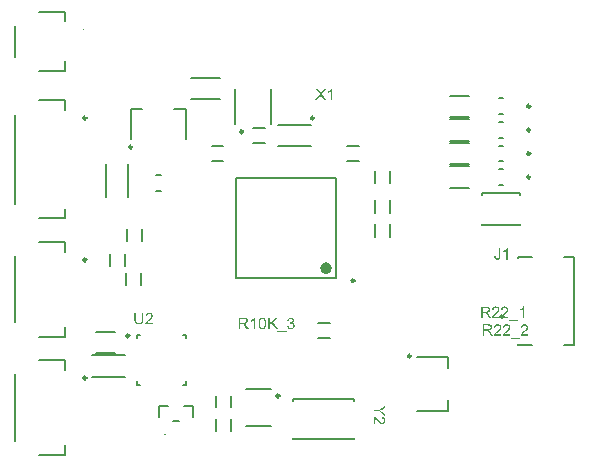
<source format=gto>
G04*
G04 #@! TF.GenerationSoftware,Altium Limited,Altium Designer,23.4.1 (23)*
G04*
G04 Layer_Color=65535*
%FSLAX44Y44*%
%MOMM*%
G71*
G04*
G04 #@! TF.SameCoordinates,3B5A73B4-8A0B-4212-871D-57366DFA46AC*
G04*
G04*
G04 #@! TF.FilePolarity,Positive*
G04*
G01*
G75*
%ADD10C,0.2500*%
%ADD11C,0.5000*%
%ADD12C,0.2000*%
%ADD13C,0.1000*%
G36*
X369617Y188297D02*
Y188283D01*
Y188241D01*
Y188178D01*
X369609Y188093D01*
Y187995D01*
X369602Y187875D01*
X369588Y187742D01*
X369581Y187601D01*
X369560Y187453D01*
X369546Y187298D01*
X369490Y186982D01*
X369455Y186827D01*
X369412Y186679D01*
X369370Y186538D01*
X369314Y186405D01*
Y186398D01*
X369300Y186376D01*
X369286Y186341D01*
X369258Y186292D01*
X369230Y186236D01*
X369187Y186173D01*
X369138Y186102D01*
X369089Y186025D01*
X369025Y185947D01*
X368955Y185863D01*
X368878Y185779D01*
X368793Y185694D01*
X368702Y185610D01*
X368603Y185532D01*
X368498Y185455D01*
X368378Y185385D01*
X368371Y185377D01*
X368350Y185370D01*
X368315Y185349D01*
X368266Y185328D01*
X368202Y185300D01*
X368132Y185272D01*
X368047Y185244D01*
X367949Y185209D01*
X367844Y185173D01*
X367731Y185145D01*
X367604Y185117D01*
X367478Y185089D01*
X367337Y185068D01*
X367189Y185047D01*
X367041Y185040D01*
X366880Y185033D01*
X366823D01*
X366760Y185040D01*
X366669Y185047D01*
X366563Y185054D01*
X366436Y185075D01*
X366296Y185096D01*
X366148Y185124D01*
X365993Y185166D01*
X365831Y185209D01*
X365669Y185272D01*
X365508Y185342D01*
X365346Y185427D01*
X365191Y185525D01*
X365043Y185638D01*
X364910Y185764D01*
X364902Y185771D01*
X364881Y185800D01*
X364846Y185842D01*
X364804Y185905D01*
X364755Y185982D01*
X364698Y186074D01*
X364635Y186187D01*
X364579Y186313D01*
X364516Y186461D01*
X364452Y186623D01*
X364403Y186806D01*
X364354Y187003D01*
X364311Y187214D01*
X364283Y187446D01*
X364262Y187692D01*
Y187952D01*
X365423Y188114D01*
Y188100D01*
Y188065D01*
X365430Y188009D01*
X365437Y187931D01*
X365444Y187840D01*
X365458Y187742D01*
X365472Y187629D01*
X365494Y187502D01*
X365543Y187249D01*
X365613Y186996D01*
X365662Y186883D01*
X365712Y186770D01*
X365775Y186672D01*
X365838Y186588D01*
X365845Y186581D01*
X365852Y186574D01*
X365881Y186552D01*
X365909Y186524D01*
X365944Y186496D01*
X365993Y186461D01*
X366042Y186419D01*
X366106Y186383D01*
X366176Y186348D01*
X366253Y186306D01*
X366338Y186271D01*
X366429Y186243D01*
X366535Y186215D01*
X366640Y186201D01*
X366753Y186187D01*
X366872Y186180D01*
X366922D01*
X366957Y186187D01*
X366999D01*
X367048Y186194D01*
X367161Y186208D01*
X367288Y186236D01*
X367428Y186271D01*
X367576Y186327D01*
X367710Y186398D01*
X367717D01*
X367724Y186412D01*
X367766Y186440D01*
X367829Y186489D01*
X367900Y186559D01*
X367984Y186644D01*
X368062Y186749D01*
X368139Y186869D01*
X368195Y187003D01*
Y187010D01*
X368202Y187024D01*
X368209Y187045D01*
X368216Y187073D01*
X368223Y187115D01*
X368237Y187164D01*
X368252Y187228D01*
X368266Y187298D01*
X368273Y187376D01*
X368287Y187467D01*
X368301Y187566D01*
X368308Y187678D01*
X368315Y187798D01*
X368322Y187924D01*
X368329Y188065D01*
Y188220D01*
Y194932D01*
X369617D01*
Y188297D01*
D02*
G37*
G36*
X375738Y185194D02*
X374542D01*
Y192807D01*
X374534Y192800D01*
X374520Y192786D01*
X374499Y192765D01*
X374464Y192737D01*
X374422Y192702D01*
X374366Y192652D01*
X374302Y192603D01*
X374239Y192547D01*
X374155Y192491D01*
X374070Y192420D01*
X373979Y192357D01*
X373880Y192279D01*
X373768Y192209D01*
X373655Y192132D01*
X373402Y191977D01*
X373395Y191970D01*
X373374Y191956D01*
X373331Y191935D01*
X373282Y191914D01*
X373226Y191879D01*
X373156Y191836D01*
X373071Y191794D01*
X372987Y191745D01*
X372790Y191646D01*
X372579Y191548D01*
X372360Y191449D01*
X372149Y191365D01*
Y192519D01*
X372164Y192526D01*
X372192Y192540D01*
X372248Y192568D01*
X372318Y192603D01*
X372403Y192645D01*
X372508Y192702D01*
X372621Y192765D01*
X372740Y192835D01*
X372874Y192920D01*
X373015Y193004D01*
X373310Y193201D01*
X373613Y193419D01*
X373901Y193659D01*
X373908Y193666D01*
X373937Y193687D01*
X373972Y193722D01*
X374021Y193771D01*
X374084Y193834D01*
X374155Y193905D01*
X374232Y193989D01*
X374316Y194074D01*
X374401Y194172D01*
X374492Y194278D01*
X374668Y194496D01*
X374830Y194728D01*
X374900Y194848D01*
X374964Y194967D01*
X375738D01*
Y185194D01*
D02*
G37*
G36*
X390122Y130485D02*
X390221Y130478D01*
X390340Y130471D01*
X390474Y130450D01*
X390629Y130429D01*
X390790Y130394D01*
X390966Y130351D01*
X391142Y130302D01*
X391332Y130239D01*
X391515Y130162D01*
X391698Y130070D01*
X391874Y129972D01*
X392043Y129852D01*
X392205Y129711D01*
X392212Y129704D01*
X392240Y129676D01*
X392282Y129634D01*
X392331Y129571D01*
X392395Y129500D01*
X392465Y129409D01*
X392542Y129303D01*
X392620Y129184D01*
X392690Y129050D01*
X392767Y128902D01*
X392838Y128740D01*
X392901Y128571D01*
X392950Y128389D01*
X392993Y128198D01*
X393021Y127994D01*
X393028Y127783D01*
Y127776D01*
Y127755D01*
Y127727D01*
Y127685D01*
X393021Y127629D01*
X393014Y127572D01*
X393007Y127502D01*
X393000Y127425D01*
X392972Y127249D01*
X392929Y127052D01*
X392866Y126848D01*
X392789Y126637D01*
Y126629D01*
X392775Y126608D01*
X392761Y126580D01*
X392739Y126538D01*
X392718Y126489D01*
X392683Y126426D01*
X392648Y126355D01*
X392599Y126278D01*
X392549Y126193D01*
X392493Y126102D01*
X392352Y125898D01*
X392275Y125792D01*
X392191Y125680D01*
X392092Y125567D01*
X391994Y125448D01*
X391987Y125441D01*
X391965Y125419D01*
X391937Y125384D01*
X391888Y125335D01*
X391825Y125272D01*
X391747Y125194D01*
X391663Y125103D01*
X391557Y124997D01*
X391438Y124885D01*
X391297Y124758D01*
X391149Y124617D01*
X390980Y124462D01*
X390798Y124301D01*
X390601Y124125D01*
X390382Y123935D01*
X390150Y123738D01*
X390136Y123731D01*
X390101Y123696D01*
X390052Y123653D01*
X389981Y123590D01*
X389890Y123520D01*
X389798Y123435D01*
X389693Y123344D01*
X389580Y123245D01*
X389341Y123041D01*
X389229Y122936D01*
X389116Y122837D01*
X389010Y122739D01*
X388919Y122654D01*
X388834Y122577D01*
X388771Y122507D01*
X388757Y122493D01*
X388722Y122450D01*
X388666Y122387D01*
X388595Y122310D01*
X388518Y122211D01*
X388433Y122106D01*
X388349Y121986D01*
X388272Y121866D01*
X393042D01*
Y120719D01*
X386611D01*
Y120726D01*
Y120741D01*
Y120762D01*
Y120790D01*
Y120832D01*
X386618Y120874D01*
X386625Y120987D01*
X386639Y121106D01*
X386660Y121247D01*
X386696Y121395D01*
X386745Y121543D01*
Y121550D01*
X386759Y121571D01*
X386773Y121606D01*
X386794Y121655D01*
X386815Y121719D01*
X386850Y121789D01*
X386893Y121866D01*
X386935Y121951D01*
X386984Y122049D01*
X387047Y122148D01*
X387181Y122366D01*
X387343Y122598D01*
X387533Y122837D01*
X387540Y122844D01*
X387561Y122865D01*
X387589Y122901D01*
X387631Y122950D01*
X387688Y123013D01*
X387758Y123083D01*
X387835Y123168D01*
X387934Y123259D01*
X388040Y123365D01*
X388152Y123477D01*
X388279Y123597D01*
X388419Y123731D01*
X388574Y123864D01*
X388736Y124005D01*
X388912Y124153D01*
X389095Y124308D01*
X389102Y124315D01*
X389116Y124322D01*
X389137Y124343D01*
X389165Y124364D01*
X389200Y124399D01*
X389243Y124434D01*
X389348Y124526D01*
X389482Y124631D01*
X389622Y124765D01*
X389784Y124906D01*
X389953Y125061D01*
X390136Y125222D01*
X390312Y125391D01*
X390495Y125560D01*
X390664Y125736D01*
X390833Y125905D01*
X390980Y126067D01*
X391121Y126229D01*
X391234Y126376D01*
X391241Y126383D01*
X391255Y126411D01*
X391283Y126454D01*
X391325Y126503D01*
X391367Y126573D01*
X391410Y126651D01*
X391466Y126742D01*
X391515Y126841D01*
X391564Y126946D01*
X391621Y127059D01*
X391712Y127305D01*
X391747Y127432D01*
X391776Y127558D01*
X391790Y127685D01*
X391797Y127812D01*
Y127819D01*
Y127847D01*
Y127882D01*
X391790Y127931D01*
X391782Y127994D01*
X391768Y128065D01*
X391754Y128142D01*
X391733Y128227D01*
X391705Y128318D01*
X391670Y128417D01*
X391628Y128515D01*
X391578Y128614D01*
X391522Y128719D01*
X391452Y128818D01*
X391374Y128916D01*
X391283Y129008D01*
X391276Y129015D01*
X391262Y129029D01*
X391234Y129050D01*
X391191Y129085D01*
X391142Y129120D01*
X391079Y129162D01*
X391009Y129212D01*
X390931Y129254D01*
X390840Y129303D01*
X390741Y129345D01*
X390629Y129388D01*
X390516Y129423D01*
X390389Y129458D01*
X390256Y129479D01*
X390115Y129493D01*
X389967Y129500D01*
X389883D01*
X389827Y129493D01*
X389749Y129486D01*
X389665Y129472D01*
X389573Y129458D01*
X389468Y129437D01*
X389362Y129409D01*
X389250Y129374D01*
X389137Y129331D01*
X389017Y129282D01*
X388905Y129219D01*
X388792Y129148D01*
X388680Y129071D01*
X388581Y128980D01*
X388574Y128973D01*
X388560Y128958D01*
X388532Y128923D01*
X388504Y128888D01*
X388462Y128832D01*
X388419Y128768D01*
X388370Y128691D01*
X388328Y128607D01*
X388279Y128515D01*
X388229Y128403D01*
X388187Y128290D01*
X388145Y128163D01*
X388117Y128023D01*
X388089Y127875D01*
X388075Y127720D01*
X388068Y127551D01*
X386836Y127678D01*
Y127685D01*
Y127692D01*
X386843Y127713D01*
Y127741D01*
X386850Y127812D01*
X386871Y127903D01*
X386893Y128016D01*
X386921Y128149D01*
X386956Y128297D01*
X386998Y128452D01*
X387054Y128621D01*
X387118Y128790D01*
X387195Y128965D01*
X387287Y129141D01*
X387385Y129310D01*
X387505Y129472D01*
X387631Y129627D01*
X387779Y129768D01*
X387786Y129775D01*
X387814Y129796D01*
X387864Y129838D01*
X387927Y129880D01*
X388011Y129936D01*
X388110Y130000D01*
X388229Y130063D01*
X388363Y130133D01*
X388518Y130197D01*
X388680Y130260D01*
X388863Y130323D01*
X389060Y130380D01*
X389271Y130429D01*
X389496Y130464D01*
X389735Y130485D01*
X389988Y130492D01*
X390052D01*
X390122Y130485D01*
D02*
G37*
G36*
X374995D02*
X375094Y130478D01*
X375213Y130471D01*
X375347Y130450D01*
X375502Y130429D01*
X375663Y130394D01*
X375839Y130351D01*
X376015Y130302D01*
X376205Y130239D01*
X376388Y130162D01*
X376571Y130070D01*
X376747Y129972D01*
X376916Y129852D01*
X377078Y129711D01*
X377085Y129704D01*
X377113Y129676D01*
X377155Y129634D01*
X377204Y129571D01*
X377268Y129500D01*
X377338Y129409D01*
X377415Y129303D01*
X377493Y129184D01*
X377563Y129050D01*
X377640Y128902D01*
X377711Y128740D01*
X377774Y128571D01*
X377823Y128389D01*
X377866Y128198D01*
X377894Y127994D01*
X377901Y127783D01*
Y127776D01*
Y127755D01*
Y127727D01*
Y127685D01*
X377894Y127629D01*
X377887Y127572D01*
X377880Y127502D01*
X377873Y127425D01*
X377845Y127249D01*
X377802Y127052D01*
X377739Y126848D01*
X377662Y126637D01*
Y126629D01*
X377648Y126608D01*
X377634Y126580D01*
X377612Y126538D01*
X377591Y126489D01*
X377556Y126426D01*
X377521Y126355D01*
X377472Y126278D01*
X377422Y126193D01*
X377366Y126102D01*
X377225Y125898D01*
X377148Y125792D01*
X377064Y125680D01*
X376965Y125567D01*
X376867Y125448D01*
X376860Y125441D01*
X376838Y125419D01*
X376810Y125384D01*
X376761Y125335D01*
X376698Y125272D01*
X376620Y125194D01*
X376536Y125103D01*
X376430Y124997D01*
X376311Y124885D01*
X376170Y124758D01*
X376022Y124617D01*
X375854Y124462D01*
X375671Y124301D01*
X375474Y124125D01*
X375255Y123935D01*
X375023Y123738D01*
X375009Y123731D01*
X374974Y123696D01*
X374925Y123653D01*
X374854Y123590D01*
X374763Y123520D01*
X374671Y123435D01*
X374566Y123344D01*
X374453Y123245D01*
X374214Y123041D01*
X374101Y122936D01*
X373989Y122837D01*
X373883Y122739D01*
X373792Y122654D01*
X373708Y122577D01*
X373644Y122507D01*
X373630Y122493D01*
X373595Y122450D01*
X373539Y122387D01*
X373468Y122310D01*
X373391Y122211D01*
X373307Y122106D01*
X373222Y121986D01*
X373145Y121866D01*
X377915D01*
Y120719D01*
X371484D01*
Y120726D01*
Y120741D01*
Y120762D01*
Y120790D01*
Y120832D01*
X371491Y120874D01*
X371498Y120987D01*
X371512Y121106D01*
X371534Y121247D01*
X371569Y121395D01*
X371618Y121543D01*
Y121550D01*
X371632Y121571D01*
X371646Y121606D01*
X371667Y121655D01*
X371688Y121719D01*
X371723Y121789D01*
X371766Y121866D01*
X371808Y121951D01*
X371857Y122049D01*
X371920Y122148D01*
X372054Y122366D01*
X372216Y122598D01*
X372406Y122837D01*
X372413Y122844D01*
X372434Y122865D01*
X372462Y122901D01*
X372504Y122950D01*
X372561Y123013D01*
X372631Y123083D01*
X372708Y123168D01*
X372807Y123259D01*
X372912Y123365D01*
X373025Y123477D01*
X373152Y123597D01*
X373292Y123731D01*
X373447Y123864D01*
X373609Y124005D01*
X373785Y124153D01*
X373968Y124308D01*
X373975Y124315D01*
X373989Y124322D01*
X374010Y124343D01*
X374038Y124364D01*
X374073Y124399D01*
X374116Y124434D01*
X374221Y124526D01*
X374355Y124631D01*
X374496Y124765D01*
X374657Y124906D01*
X374826Y125061D01*
X375009Y125222D01*
X375185Y125391D01*
X375368Y125560D01*
X375537Y125736D01*
X375706Y125905D01*
X375854Y126067D01*
X375994Y126229D01*
X376107Y126376D01*
X376114Y126383D01*
X376128Y126411D01*
X376156Y126454D01*
X376198Y126503D01*
X376240Y126573D01*
X376283Y126651D01*
X376339Y126742D01*
X376388Y126841D01*
X376437Y126946D01*
X376494Y127059D01*
X376585Y127305D01*
X376620Y127432D01*
X376648Y127558D01*
X376663Y127685D01*
X376670Y127812D01*
Y127819D01*
Y127847D01*
Y127882D01*
X376663Y127931D01*
X376656Y127994D01*
X376642Y128065D01*
X376627Y128142D01*
X376606Y128227D01*
X376578Y128318D01*
X376543Y128417D01*
X376501Y128515D01*
X376451Y128614D01*
X376395Y128719D01*
X376325Y128818D01*
X376247Y128916D01*
X376156Y129008D01*
X376149Y129015D01*
X376135Y129029D01*
X376107Y129050D01*
X376064Y129085D01*
X376015Y129120D01*
X375952Y129162D01*
X375882Y129212D01*
X375804Y129254D01*
X375713Y129303D01*
X375614Y129345D01*
X375502Y129388D01*
X375389Y129423D01*
X375262Y129458D01*
X375129Y129479D01*
X374988Y129493D01*
X374840Y129500D01*
X374756D01*
X374700Y129493D01*
X374622Y129486D01*
X374538Y129472D01*
X374446Y129458D01*
X374341Y129437D01*
X374235Y129409D01*
X374123Y129374D01*
X374010Y129331D01*
X373890Y129282D01*
X373778Y129219D01*
X373665Y129148D01*
X373553Y129071D01*
X373454Y128980D01*
X373447Y128973D01*
X373433Y128958D01*
X373405Y128923D01*
X373377Y128888D01*
X373335Y128832D01*
X373292Y128768D01*
X373243Y128691D01*
X373201Y128607D01*
X373152Y128515D01*
X373102Y128403D01*
X373060Y128290D01*
X373018Y128163D01*
X372990Y128023D01*
X372962Y127875D01*
X372948Y127720D01*
X372941Y127551D01*
X371709Y127678D01*
Y127685D01*
Y127692D01*
X371716Y127713D01*
Y127741D01*
X371723Y127812D01*
X371744Y127903D01*
X371766Y128016D01*
X371794Y128149D01*
X371829Y128297D01*
X371871Y128452D01*
X371927Y128621D01*
X371991Y128790D01*
X372068Y128965D01*
X372160Y129141D01*
X372258Y129310D01*
X372378Y129472D01*
X372504Y129627D01*
X372652Y129768D01*
X372659Y129775D01*
X372687Y129796D01*
X372737Y129838D01*
X372800Y129880D01*
X372884Y129936D01*
X372983Y130000D01*
X373102Y130063D01*
X373236Y130133D01*
X373391Y130197D01*
X373553Y130260D01*
X373736Y130323D01*
X373933Y130380D01*
X374144Y130429D01*
X374369Y130464D01*
X374608Y130485D01*
X374861Y130492D01*
X374925D01*
X374995Y130485D01*
D02*
G37*
G36*
X367432D02*
X367530Y130478D01*
X367650Y130471D01*
X367783Y130450D01*
X367938Y130429D01*
X368100Y130394D01*
X368276Y130351D01*
X368452Y130302D01*
X368642Y130239D01*
X368825Y130162D01*
X369008Y130070D01*
X369184Y129972D01*
X369352Y129852D01*
X369514Y129711D01*
X369521Y129704D01*
X369549Y129676D01*
X369592Y129634D01*
X369641Y129571D01*
X369704Y129500D01*
X369775Y129409D01*
X369852Y129303D01*
X369929Y129184D01*
X370000Y129050D01*
X370077Y128902D01*
X370147Y128740D01*
X370211Y128571D01*
X370260Y128389D01*
X370302Y128198D01*
X370330Y127994D01*
X370337Y127783D01*
Y127776D01*
Y127755D01*
Y127727D01*
Y127685D01*
X370330Y127629D01*
X370323Y127572D01*
X370316Y127502D01*
X370309Y127425D01*
X370281Y127249D01*
X370239Y127052D01*
X370176Y126848D01*
X370098Y126637D01*
Y126629D01*
X370084Y126608D01*
X370070Y126580D01*
X370049Y126538D01*
X370028Y126489D01*
X369993Y126426D01*
X369958Y126355D01*
X369908Y126278D01*
X369859Y126193D01*
X369803Y126102D01*
X369662Y125898D01*
X369585Y125792D01*
X369500Y125680D01*
X369402Y125567D01*
X369303Y125448D01*
X369296Y125441D01*
X369275Y125419D01*
X369247Y125384D01*
X369198Y125335D01*
X369134Y125272D01*
X369057Y125194D01*
X368972Y125103D01*
X368867Y124997D01*
X368747Y124885D01*
X368607Y124758D01*
X368459Y124617D01*
X368290Y124462D01*
X368107Y124301D01*
X367910Y124125D01*
X367692Y123935D01*
X367460Y123738D01*
X367446Y123731D01*
X367411Y123696D01*
X367361Y123653D01*
X367291Y123590D01*
X367199Y123520D01*
X367108Y123435D01*
X367002Y123344D01*
X366890Y123245D01*
X366651Y123041D01*
X366538Y122936D01*
X366426Y122837D01*
X366320Y122739D01*
X366228Y122654D01*
X366144Y122577D01*
X366081Y122507D01*
X366067Y122493D01*
X366031Y122450D01*
X365975Y122387D01*
X365905Y122310D01*
X365827Y122211D01*
X365743Y122106D01*
X365659Y121986D01*
X365581Y121866D01*
X370351D01*
Y120719D01*
X363921D01*
Y120726D01*
Y120741D01*
Y120762D01*
Y120790D01*
Y120832D01*
X363928Y120874D01*
X363935Y120987D01*
X363949Y121106D01*
X363970Y121247D01*
X364005Y121395D01*
X364054Y121543D01*
Y121550D01*
X364068Y121571D01*
X364083Y121606D01*
X364104Y121655D01*
X364125Y121719D01*
X364160Y121789D01*
X364202Y121866D01*
X364244Y121951D01*
X364294Y122049D01*
X364357Y122148D01*
X364491Y122366D01*
X364652Y122598D01*
X364842Y122837D01*
X364850Y122844D01*
X364871Y122865D01*
X364899Y122901D01*
X364941Y122950D01*
X364997Y123013D01*
X365068Y123083D01*
X365145Y123168D01*
X365243Y123259D01*
X365349Y123365D01*
X365462Y123477D01*
X365588Y123597D01*
X365729Y123731D01*
X365884Y123864D01*
X366045Y124005D01*
X366221Y124153D01*
X366404Y124308D01*
X366411Y124315D01*
X366426Y124322D01*
X366447Y124343D01*
X366475Y124364D01*
X366510Y124399D01*
X366552Y124434D01*
X366658Y124526D01*
X366791Y124631D01*
X366932Y124765D01*
X367094Y124906D01*
X367263Y125061D01*
X367446Y125222D01*
X367622Y125391D01*
X367804Y125560D01*
X367973Y125736D01*
X368142Y125905D01*
X368290Y126067D01*
X368431Y126229D01*
X368543Y126376D01*
X368550Y126383D01*
X368564Y126411D01*
X368592Y126454D01*
X368635Y126503D01*
X368677Y126573D01*
X368719Y126651D01*
X368775Y126742D01*
X368825Y126841D01*
X368874Y126946D01*
X368930Y127059D01*
X369022Y127305D01*
X369057Y127432D01*
X369085Y127558D01*
X369099Y127685D01*
X369106Y127812D01*
Y127819D01*
Y127847D01*
Y127882D01*
X369099Y127931D01*
X369092Y127994D01*
X369078Y128065D01*
X369064Y128142D01*
X369043Y128227D01*
X369015Y128318D01*
X368979Y128417D01*
X368937Y128515D01*
X368888Y128614D01*
X368832Y128719D01*
X368761Y128818D01*
X368684Y128916D01*
X368592Y129008D01*
X368586Y129015D01*
X368571Y129029D01*
X368543Y129050D01*
X368501Y129085D01*
X368452Y129120D01*
X368388Y129162D01*
X368318Y129212D01*
X368241Y129254D01*
X368149Y129303D01*
X368051Y129345D01*
X367938Y129388D01*
X367826Y129423D01*
X367699Y129458D01*
X367565Y129479D01*
X367425Y129493D01*
X367277Y129500D01*
X367192D01*
X367136Y129493D01*
X367059Y129486D01*
X366974Y129472D01*
X366883Y129458D01*
X366777Y129437D01*
X366672Y129409D01*
X366559Y129374D01*
X366447Y129331D01*
X366327Y129282D01*
X366214Y129219D01*
X366102Y129148D01*
X365989Y129071D01*
X365891Y128980D01*
X365884Y128973D01*
X365870Y128958D01*
X365841Y128923D01*
X365813Y128888D01*
X365771Y128832D01*
X365729Y128768D01*
X365680Y128691D01*
X365638Y128607D01*
X365588Y128515D01*
X365539Y128403D01*
X365497Y128290D01*
X365454Y128163D01*
X365426Y128023D01*
X365398Y127875D01*
X365384Y127720D01*
X365377Y127551D01*
X364146Y127678D01*
Y127685D01*
Y127692D01*
X364153Y127713D01*
Y127741D01*
X364160Y127812D01*
X364181Y127903D01*
X364202Y128016D01*
X364230Y128149D01*
X364266Y128297D01*
X364308Y128452D01*
X364364Y128621D01*
X364427Y128790D01*
X364505Y128965D01*
X364596Y129141D01*
X364695Y129310D01*
X364814Y129472D01*
X364941Y129627D01*
X365089Y129768D01*
X365096Y129775D01*
X365124Y129796D01*
X365173Y129838D01*
X365236Y129880D01*
X365321Y129936D01*
X365419Y130000D01*
X365539Y130063D01*
X365673Y130133D01*
X365827Y130197D01*
X365989Y130260D01*
X366172Y130323D01*
X366369Y130380D01*
X366580Y130429D01*
X366805Y130464D01*
X367045Y130485D01*
X367298Y130492D01*
X367361D01*
X367432Y130485D01*
D02*
G37*
G36*
X359277Y130450D02*
X359390D01*
X359516Y130443D01*
X359650Y130436D01*
X359805Y130422D01*
X359960Y130408D01*
X360121Y130394D01*
X360452Y130344D01*
X360607Y130316D01*
X360762Y130281D01*
X360909Y130239D01*
X361043Y130190D01*
X361050D01*
X361071Y130176D01*
X361106Y130162D01*
X361156Y130140D01*
X361212Y130112D01*
X361275Y130070D01*
X361353Y130028D01*
X361430Y129979D01*
X361515Y129915D01*
X361606Y129852D01*
X361697Y129775D01*
X361789Y129690D01*
X361873Y129592D01*
X361965Y129493D01*
X362049Y129381D01*
X362127Y129261D01*
X362134Y129254D01*
X362148Y129233D01*
X362162Y129198D01*
X362190Y129148D01*
X362218Y129085D01*
X362253Y129008D01*
X362295Y128923D01*
X362331Y128832D01*
X362366Y128726D01*
X362408Y128614D01*
X362443Y128494D01*
X362471Y128367D01*
X362500Y128234D01*
X362521Y128093D01*
X362528Y127945D01*
X362535Y127797D01*
Y127783D01*
Y127755D01*
X362528Y127699D01*
Y127622D01*
X362514Y127537D01*
X362500Y127432D01*
X362478Y127319D01*
X362450Y127192D01*
X362415Y127059D01*
X362373Y126918D01*
X362317Y126770D01*
X362253Y126622D01*
X362176Y126475D01*
X362084Y126334D01*
X361979Y126186D01*
X361859Y126053D01*
X361852Y126046D01*
X361831Y126025D01*
X361789Y125989D01*
X361733Y125940D01*
X361662Y125884D01*
X361571Y125820D01*
X361472Y125750D01*
X361353Y125673D01*
X361212Y125595D01*
X361064Y125518D01*
X360888Y125448D01*
X360705Y125370D01*
X360501Y125307D01*
X360283Y125244D01*
X360044Y125194D01*
X359791Y125152D01*
X359798D01*
X359812Y125138D01*
X359840Y125131D01*
X359875Y125110D01*
X359917Y125089D01*
X359967Y125061D01*
X360079Y124997D01*
X360206Y124927D01*
X360332Y124842D01*
X360452Y124758D01*
X360565Y124667D01*
X360572Y124660D01*
X360593Y124645D01*
X360621Y124610D01*
X360663Y124575D01*
X360712Y124519D01*
X360769Y124462D01*
X360839Y124392D01*
X360909Y124308D01*
X360987Y124216D01*
X361071Y124118D01*
X361163Y124012D01*
X361254Y123900D01*
X361346Y123773D01*
X361444Y123646D01*
X361634Y123365D01*
X363316Y120719D01*
X361704D01*
X360417Y122746D01*
X360410Y122753D01*
X360389Y122781D01*
X360361Y122830D01*
X360325Y122886D01*
X360276Y122964D01*
X360220Y123048D01*
X360157Y123140D01*
X360093Y123238D01*
X359945Y123456D01*
X359791Y123681D01*
X359636Y123893D01*
X359558Y123991D01*
X359488Y124083D01*
X359481Y124090D01*
X359474Y124104D01*
X359453Y124125D01*
X359425Y124160D01*
X359355Y124244D01*
X359270Y124343D01*
X359165Y124448D01*
X359059Y124561D01*
X358946Y124660D01*
X358834Y124737D01*
X358820Y124744D01*
X358785Y124765D01*
X358728Y124800D01*
X358651Y124835D01*
X358567Y124878D01*
X358468Y124927D01*
X358363Y124962D01*
X358250Y124997D01*
X358243D01*
X358208Y125004D01*
X358151Y125011D01*
X358081Y125025D01*
X357982Y125032D01*
X357856Y125040D01*
X357708Y125047D01*
X356041D01*
Y120719D01*
X354753D01*
Y130457D01*
X359193D01*
X359277Y130450D01*
D02*
G37*
G36*
X386351Y118018D02*
X378429D01*
Y118883D01*
X386351D01*
Y118018D01*
D02*
G37*
G36*
X389613Y135719D02*
X388417D01*
Y143332D01*
X388410Y143325D01*
X388396Y143311D01*
X388374Y143290D01*
X388339Y143262D01*
X388297Y143227D01*
X388241Y143177D01*
X388177Y143128D01*
X388114Y143072D01*
X388030Y143016D01*
X387945Y142945D01*
X387854Y142882D01*
X387755Y142804D01*
X387643Y142734D01*
X387530Y142657D01*
X387277Y142502D01*
X387270Y142495D01*
X387249Y142481D01*
X387206Y142460D01*
X387157Y142439D01*
X387101Y142403D01*
X387031Y142361D01*
X386946Y142319D01*
X386862Y142270D01*
X386665Y142171D01*
X386454Y142073D01*
X386236Y141974D01*
X386025Y141890D01*
Y143044D01*
X386039Y143051D01*
X386067Y143065D01*
X386123Y143093D01*
X386193Y143128D01*
X386278Y143170D01*
X386383Y143227D01*
X386496Y143290D01*
X386615Y143360D01*
X386749Y143445D01*
X386890Y143529D01*
X387185Y143726D01*
X387488Y143944D01*
X387776Y144184D01*
X387783Y144191D01*
X387812Y144212D01*
X387847Y144247D01*
X387896Y144296D01*
X387959Y144359D01*
X388030Y144430D01*
X388107Y144514D01*
X388191Y144599D01*
X388276Y144697D01*
X388367Y144803D01*
X388543Y145021D01*
X388705Y145253D01*
X388775Y145373D01*
X388839Y145492D01*
X389613D01*
Y135719D01*
D02*
G37*
G36*
X373346Y145485D02*
X373444Y145478D01*
X373564Y145471D01*
X373698Y145450D01*
X373853Y145429D01*
X374014Y145394D01*
X374190Y145351D01*
X374366Y145302D01*
X374556Y145239D01*
X374739Y145162D01*
X374922Y145070D01*
X375098Y144972D01*
X375267Y144852D01*
X375429Y144711D01*
X375436Y144704D01*
X375464Y144676D01*
X375506Y144634D01*
X375555Y144571D01*
X375619Y144500D01*
X375689Y144409D01*
X375766Y144303D01*
X375844Y144184D01*
X375914Y144050D01*
X375991Y143902D01*
X376062Y143740D01*
X376125Y143571D01*
X376174Y143389D01*
X376217Y143198D01*
X376245Y142994D01*
X376252Y142783D01*
Y142776D01*
Y142755D01*
Y142727D01*
Y142685D01*
X376245Y142629D01*
X376238Y142572D01*
X376231Y142502D01*
X376224Y142425D01*
X376195Y142249D01*
X376153Y142052D01*
X376090Y141848D01*
X376012Y141637D01*
Y141629D01*
X375998Y141608D01*
X375984Y141580D01*
X375963Y141538D01*
X375942Y141489D01*
X375907Y141426D01*
X375872Y141355D01*
X375822Y141278D01*
X375773Y141193D01*
X375717Y141102D01*
X375576Y140898D01*
X375499Y140792D01*
X375415Y140680D01*
X375316Y140567D01*
X375218Y140448D01*
X375210Y140441D01*
X375189Y140419D01*
X375161Y140384D01*
X375112Y140335D01*
X375049Y140272D01*
X374971Y140194D01*
X374887Y140103D01*
X374781Y139997D01*
X374662Y139885D01*
X374521Y139758D01*
X374373Y139617D01*
X374204Y139462D01*
X374021Y139301D01*
X373824Y139125D01*
X373606Y138935D01*
X373374Y138738D01*
X373360Y138731D01*
X373325Y138696D01*
X373276Y138653D01*
X373205Y138590D01*
X373114Y138520D01*
X373022Y138435D01*
X372917Y138344D01*
X372804Y138245D01*
X372565Y138041D01*
X372452Y137936D01*
X372340Y137837D01*
X372234Y137739D01*
X372143Y137654D01*
X372058Y137577D01*
X371995Y137507D01*
X371981Y137493D01*
X371946Y137450D01*
X371889Y137387D01*
X371819Y137310D01*
X371742Y137211D01*
X371657Y137106D01*
X371573Y136986D01*
X371496Y136866D01*
X376266D01*
Y135719D01*
X369835D01*
Y135726D01*
Y135741D01*
Y135762D01*
Y135790D01*
Y135832D01*
X369842Y135874D01*
X369849Y135987D01*
X369863Y136106D01*
X369884Y136247D01*
X369920Y136395D01*
X369969Y136543D01*
Y136550D01*
X369983Y136571D01*
X369997Y136606D01*
X370018Y136655D01*
X370039Y136719D01*
X370074Y136789D01*
X370117Y136866D01*
X370159Y136951D01*
X370208Y137049D01*
X370271Y137148D01*
X370405Y137366D01*
X370567Y137598D01*
X370757Y137837D01*
X370764Y137844D01*
X370785Y137865D01*
X370813Y137901D01*
X370855Y137950D01*
X370912Y138013D01*
X370982Y138083D01*
X371059Y138168D01*
X371158Y138259D01*
X371263Y138365D01*
X371376Y138477D01*
X371503Y138597D01*
X371643Y138731D01*
X371798Y138864D01*
X371960Y139005D01*
X372136Y139153D01*
X372319Y139308D01*
X372326Y139315D01*
X372340Y139322D01*
X372361Y139343D01*
X372389Y139364D01*
X372424Y139399D01*
X372467Y139434D01*
X372572Y139526D01*
X372706Y139631D01*
X372846Y139765D01*
X373008Y139906D01*
X373177Y140061D01*
X373360Y140222D01*
X373536Y140391D01*
X373719Y140560D01*
X373888Y140736D01*
X374057Y140905D01*
X374204Y141067D01*
X374345Y141229D01*
X374458Y141376D01*
X374465Y141383D01*
X374479Y141411D01*
X374507Y141454D01*
X374549Y141503D01*
X374591Y141573D01*
X374633Y141651D01*
X374690Y141742D01*
X374739Y141841D01*
X374788Y141946D01*
X374845Y142059D01*
X374936Y142305D01*
X374971Y142432D01*
X374999Y142558D01*
X375013Y142685D01*
X375020Y142812D01*
Y142819D01*
Y142847D01*
Y142882D01*
X375013Y142931D01*
X375006Y142994D01*
X374992Y143065D01*
X374978Y143142D01*
X374957Y143227D01*
X374929Y143318D01*
X374894Y143417D01*
X374852Y143515D01*
X374802Y143614D01*
X374746Y143719D01*
X374676Y143818D01*
X374598Y143916D01*
X374507Y144008D01*
X374500Y144015D01*
X374486Y144029D01*
X374458Y144050D01*
X374415Y144085D01*
X374366Y144120D01*
X374303Y144162D01*
X374232Y144212D01*
X374155Y144254D01*
X374064Y144303D01*
X373965Y144345D01*
X373853Y144388D01*
X373740Y144423D01*
X373613Y144458D01*
X373480Y144479D01*
X373339Y144493D01*
X373191Y144500D01*
X373107D01*
X373050Y144493D01*
X372973Y144486D01*
X372889Y144472D01*
X372797Y144458D01*
X372692Y144437D01*
X372586Y144409D01*
X372473Y144374D01*
X372361Y144331D01*
X372241Y144282D01*
X372129Y144219D01*
X372016Y144148D01*
X371904Y144071D01*
X371805Y143980D01*
X371798Y143973D01*
X371784Y143958D01*
X371756Y143923D01*
X371728Y143888D01*
X371685Y143832D01*
X371643Y143768D01*
X371594Y143691D01*
X371552Y143607D01*
X371503Y143515D01*
X371453Y143403D01*
X371411Y143290D01*
X371369Y143163D01*
X371341Y143023D01*
X371313Y142875D01*
X371298Y142720D01*
X371292Y142551D01*
X370060Y142678D01*
Y142685D01*
Y142692D01*
X370067Y142713D01*
Y142741D01*
X370074Y142812D01*
X370095Y142903D01*
X370117Y143016D01*
X370145Y143149D01*
X370180Y143297D01*
X370222Y143452D01*
X370278Y143621D01*
X370342Y143790D01*
X370419Y143965D01*
X370510Y144141D01*
X370609Y144310D01*
X370729Y144472D01*
X370855Y144627D01*
X371003Y144768D01*
X371010Y144775D01*
X371038Y144796D01*
X371087Y144838D01*
X371151Y144880D01*
X371235Y144936D01*
X371334Y145000D01*
X371453Y145063D01*
X371587Y145133D01*
X371742Y145197D01*
X371904Y145260D01*
X372086Y145323D01*
X372284Y145380D01*
X372495Y145429D01*
X372720Y145464D01*
X372959Y145485D01*
X373212Y145492D01*
X373276D01*
X373346Y145485D01*
D02*
G37*
G36*
X365783D02*
X365881Y145478D01*
X366001Y145471D01*
X366134Y145450D01*
X366289Y145429D01*
X366451Y145394D01*
X366627Y145351D01*
X366803Y145302D01*
X366993Y145239D01*
X367175Y145162D01*
X367359Y145070D01*
X367534Y144972D01*
X367703Y144852D01*
X367865Y144711D01*
X367872Y144704D01*
X367900Y144676D01*
X367942Y144634D01*
X367992Y144571D01*
X368055Y144500D01*
X368125Y144409D01*
X368203Y144303D01*
X368280Y144184D01*
X368350Y144050D01*
X368428Y143902D01*
X368498Y143740D01*
X368562Y143571D01*
X368611Y143389D01*
X368653Y143198D01*
X368681Y142994D01*
X368688Y142783D01*
Y142776D01*
Y142755D01*
Y142727D01*
Y142685D01*
X368681Y142629D01*
X368674Y142572D01*
X368667Y142502D01*
X368660Y142425D01*
X368632Y142249D01*
X368590Y142052D01*
X368526Y141848D01*
X368449Y141637D01*
Y141629D01*
X368435Y141608D01*
X368421Y141580D01*
X368400Y141538D01*
X368379Y141489D01*
X368344Y141426D01*
X368308Y141355D01*
X368259Y141278D01*
X368210Y141193D01*
X368153Y141102D01*
X368013Y140898D01*
X367935Y140792D01*
X367851Y140680D01*
X367752Y140567D01*
X367654Y140448D01*
X367647Y140441D01*
X367626Y140419D01*
X367598Y140384D01*
X367548Y140335D01*
X367485Y140272D01*
X367408Y140194D01*
X367323Y140103D01*
X367218Y139997D01*
X367098Y139885D01*
X366957Y139758D01*
X366810Y139617D01*
X366641Y139462D01*
X366458Y139301D01*
X366261Y139125D01*
X366043Y138935D01*
X365811Y138738D01*
X365797Y138731D01*
X365761Y138696D01*
X365712Y138653D01*
X365642Y138590D01*
X365550Y138520D01*
X365459Y138435D01*
X365353Y138344D01*
X365241Y138245D01*
X365001Y138041D01*
X364889Y137936D01*
X364776Y137837D01*
X364671Y137739D01*
X364579Y137654D01*
X364495Y137577D01*
X364432Y137507D01*
X364417Y137493D01*
X364382Y137450D01*
X364326Y137387D01*
X364256Y137310D01*
X364178Y137211D01*
X364094Y137106D01*
X364009Y136986D01*
X363932Y136866D01*
X368702D01*
Y135719D01*
X362272D01*
Y135726D01*
Y135741D01*
Y135762D01*
Y135790D01*
Y135832D01*
X362279Y135874D01*
X362286Y135987D01*
X362300Y136106D01*
X362321Y136247D01*
X362356Y136395D01*
X362405Y136543D01*
Y136550D01*
X362419Y136571D01*
X362433Y136606D01*
X362454Y136655D01*
X362476Y136719D01*
X362511Y136789D01*
X362553Y136866D01*
X362595Y136951D01*
X362645Y137049D01*
X362708Y137148D01*
X362841Y137366D01*
X363003Y137598D01*
X363193Y137837D01*
X363200Y137844D01*
X363221Y137865D01*
X363250Y137901D01*
X363292Y137950D01*
X363348Y138013D01*
X363418Y138083D01*
X363496Y138168D01*
X363594Y138259D01*
X363700Y138365D01*
X363812Y138477D01*
X363939Y138597D01*
X364080Y138731D01*
X364235Y138864D01*
X364396Y139005D01*
X364572Y139153D01*
X364755Y139308D01*
X364762Y139315D01*
X364776Y139322D01*
X364797Y139343D01*
X364826Y139364D01*
X364861Y139399D01*
X364903Y139434D01*
X365009Y139526D01*
X365142Y139631D01*
X365283Y139765D01*
X365445Y139906D01*
X365614Y140061D01*
X365797Y140222D01*
X365972Y140391D01*
X366155Y140560D01*
X366324Y140736D01*
X366493Y140905D01*
X366641Y141067D01*
X366782Y141229D01*
X366894Y141376D01*
X366901Y141383D01*
X366915Y141411D01*
X366943Y141454D01*
X366986Y141503D01*
X367028Y141573D01*
X367070Y141651D01*
X367126Y141742D01*
X367175Y141841D01*
X367225Y141946D01*
X367281Y142059D01*
X367373Y142305D01*
X367408Y142432D01*
X367436Y142558D01*
X367450Y142685D01*
X367457Y142812D01*
Y142819D01*
Y142847D01*
Y142882D01*
X367450Y142931D01*
X367443Y142994D01*
X367429Y143065D01*
X367415Y143142D01*
X367394Y143227D01*
X367365Y143318D01*
X367330Y143417D01*
X367288Y143515D01*
X367239Y143614D01*
X367183Y143719D01*
X367112Y143818D01*
X367035Y143916D01*
X366943Y144008D01*
X366936Y144015D01*
X366922Y144029D01*
X366894Y144050D01*
X366852Y144085D01*
X366803Y144120D01*
X366739Y144162D01*
X366669Y144212D01*
X366592Y144254D01*
X366500Y144303D01*
X366402Y144345D01*
X366289Y144388D01*
X366176Y144423D01*
X366050Y144458D01*
X365916Y144479D01*
X365775Y144493D01*
X365628Y144500D01*
X365543D01*
X365487Y144493D01*
X365410Y144486D01*
X365325Y144472D01*
X365234Y144458D01*
X365128Y144437D01*
X365023Y144409D01*
X364910Y144374D01*
X364797Y144331D01*
X364678Y144282D01*
X364565Y144219D01*
X364453Y144148D01*
X364340Y144071D01*
X364242Y143980D01*
X364235Y143973D01*
X364221Y143958D01*
X364192Y143923D01*
X364164Y143888D01*
X364122Y143832D01*
X364080Y143768D01*
X364030Y143691D01*
X363988Y143607D01*
X363939Y143515D01*
X363890Y143403D01*
X363848Y143290D01*
X363805Y143163D01*
X363777Y143023D01*
X363749Y142875D01*
X363735Y142720D01*
X363728Y142551D01*
X362497Y142678D01*
Y142685D01*
Y142692D01*
X362504Y142713D01*
Y142741D01*
X362511Y142812D01*
X362532Y142903D01*
X362553Y143016D01*
X362581Y143149D01*
X362616Y143297D01*
X362659Y143452D01*
X362715Y143621D01*
X362778Y143790D01*
X362856Y143965D01*
X362947Y144141D01*
X363046Y144310D01*
X363165Y144472D01*
X363292Y144627D01*
X363439Y144768D01*
X363447Y144775D01*
X363475Y144796D01*
X363524Y144838D01*
X363587Y144880D01*
X363672Y144936D01*
X363770Y145000D01*
X363890Y145063D01*
X364024Y145133D01*
X364178Y145197D01*
X364340Y145260D01*
X364523Y145323D01*
X364720Y145380D01*
X364931Y145429D01*
X365156Y145464D01*
X365396Y145485D01*
X365649Y145492D01*
X365712D01*
X365783Y145485D01*
D02*
G37*
G36*
X357628Y145450D02*
X357741D01*
X357867Y145443D01*
X358001Y145436D01*
X358156Y145422D01*
X358310Y145408D01*
X358472Y145394D01*
X358803Y145344D01*
X358958Y145316D01*
X359113Y145281D01*
X359260Y145239D01*
X359394Y145190D01*
X359401D01*
X359422Y145176D01*
X359457Y145162D01*
X359506Y145140D01*
X359563Y145112D01*
X359626Y145070D01*
X359703Y145028D01*
X359781Y144979D01*
X359865Y144915D01*
X359957Y144852D01*
X360048Y144775D01*
X360140Y144690D01*
X360224Y144592D01*
X360316Y144493D01*
X360400Y144381D01*
X360477Y144261D01*
X360485Y144254D01*
X360499Y144233D01*
X360513Y144198D01*
X360541Y144148D01*
X360569Y144085D01*
X360604Y144008D01*
X360646Y143923D01*
X360681Y143832D01*
X360717Y143726D01*
X360759Y143614D01*
X360794Y143494D01*
X360822Y143367D01*
X360850Y143234D01*
X360872Y143093D01*
X360878Y142945D01*
X360886Y142797D01*
Y142783D01*
Y142755D01*
X360878Y142699D01*
Y142622D01*
X360864Y142537D01*
X360850Y142432D01*
X360829Y142319D01*
X360801Y142192D01*
X360766Y142059D01*
X360724Y141918D01*
X360667Y141770D01*
X360604Y141622D01*
X360527Y141475D01*
X360435Y141334D01*
X360330Y141186D01*
X360210Y141053D01*
X360203Y141046D01*
X360182Y141025D01*
X360140Y140989D01*
X360084Y140940D01*
X360013Y140884D01*
X359922Y140820D01*
X359823Y140750D01*
X359703Y140673D01*
X359563Y140595D01*
X359415Y140518D01*
X359239Y140448D01*
X359056Y140370D01*
X358852Y140307D01*
X358634Y140244D01*
X358395Y140194D01*
X358142Y140152D01*
X358149D01*
X358163Y140138D01*
X358191Y140131D01*
X358226Y140110D01*
X358268Y140089D01*
X358317Y140061D01*
X358430Y139997D01*
X358557Y139927D01*
X358683Y139842D01*
X358803Y139758D01*
X358915Y139667D01*
X358923Y139660D01*
X358944Y139645D01*
X358972Y139610D01*
X359014Y139575D01*
X359063Y139519D01*
X359120Y139462D01*
X359190Y139392D01*
X359260Y139308D01*
X359338Y139216D01*
X359422Y139118D01*
X359514Y139012D01*
X359605Y138900D01*
X359697Y138773D01*
X359795Y138646D01*
X359985Y138365D01*
X361666Y135719D01*
X360055D01*
X358768Y137746D01*
X358761Y137753D01*
X358740Y137781D01*
X358712Y137830D01*
X358676Y137886D01*
X358627Y137964D01*
X358571Y138048D01*
X358507Y138140D01*
X358444Y138238D01*
X358296Y138456D01*
X358142Y138681D01*
X357987Y138893D01*
X357909Y138991D01*
X357839Y139083D01*
X357832Y139090D01*
X357825Y139104D01*
X357804Y139125D01*
X357776Y139160D01*
X357705Y139244D01*
X357621Y139343D01*
X357515Y139448D01*
X357410Y139561D01*
X357297Y139660D01*
X357185Y139737D01*
X357171Y139744D01*
X357136Y139765D01*
X357079Y139800D01*
X357002Y139835D01*
X356917Y139878D01*
X356819Y139927D01*
X356713Y139962D01*
X356601Y139997D01*
X356594D01*
X356558Y140004D01*
X356502Y140011D01*
X356432Y140025D01*
X356333Y140032D01*
X356207Y140039D01*
X356059Y140047D01*
X354392D01*
Y135719D01*
X353104D01*
Y145457D01*
X357543D01*
X357628Y145450D01*
D02*
G37*
G36*
X384702Y133018D02*
X376779D01*
Y133883D01*
X384702D01*
Y133018D01*
D02*
G37*
G36*
X192223Y136073D02*
X192294D01*
X192378Y136059D01*
X192470Y136052D01*
X192568Y136038D01*
X192681Y136017D01*
X192793Y135996D01*
X193040Y135932D01*
X193173Y135897D01*
X193300Y135848D01*
X193427Y135799D01*
X193553Y135735D01*
X193560Y135728D01*
X193581Y135721D01*
X193617Y135700D01*
X193666Y135672D01*
X193722Y135637D01*
X193785Y135595D01*
X193856Y135546D01*
X193933Y135489D01*
X194102Y135356D01*
X194271Y135194D01*
X194433Y135011D01*
X194510Y134905D01*
X194580Y134800D01*
X194587Y134793D01*
X194594Y134771D01*
X194616Y134743D01*
X194637Y134694D01*
X194665Y134645D01*
X194693Y134574D01*
X194728Y134504D01*
X194763Y134420D01*
X194792Y134328D01*
X194827Y134237D01*
X194883Y134026D01*
X194925Y133794D01*
X194932Y133674D01*
X194939Y133547D01*
Y133540D01*
Y133519D01*
Y133484D01*
X194932Y133442D01*
Y133385D01*
X194918Y133322D01*
X194911Y133245D01*
X194897Y133167D01*
X194855Y132984D01*
X194792Y132795D01*
X194756Y132696D01*
X194707Y132590D01*
X194658Y132492D01*
X194594Y132393D01*
X194587Y132386D01*
X194580Y132372D01*
X194559Y132344D01*
X194531Y132309D01*
X194496Y132267D01*
X194454Y132218D01*
X194405Y132161D01*
X194341Y132098D01*
X194278Y132035D01*
X194200Y131971D01*
X194123Y131901D01*
X194032Y131831D01*
X193933Y131767D01*
X193828Y131697D01*
X193715Y131634D01*
X193595Y131577D01*
X193603D01*
X193631Y131570D01*
X193680Y131556D01*
X193736Y131535D01*
X193813Y131514D01*
X193898Y131479D01*
X193989Y131444D01*
X194088Y131394D01*
X194193Y131345D01*
X194306Y131282D01*
X194419Y131219D01*
X194531Y131141D01*
X194637Y131057D01*
X194742Y130965D01*
X194848Y130860D01*
X194939Y130747D01*
X194946Y130740D01*
X194960Y130719D01*
X194981Y130684D01*
X195017Y130634D01*
X195052Y130571D01*
X195094Y130501D01*
X195136Y130416D01*
X195179Y130318D01*
X195221Y130205D01*
X195270Y130086D01*
X195305Y129959D01*
X195340Y129818D01*
X195375Y129671D01*
X195397Y129516D01*
X195411Y129354D01*
X195418Y129178D01*
Y129164D01*
Y129122D01*
X195411Y129051D01*
X195404Y128967D01*
X195390Y128854D01*
X195368Y128728D01*
X195340Y128587D01*
X195298Y128432D01*
X195249Y128263D01*
X195193Y128095D01*
X195115Y127912D01*
X195024Y127729D01*
X194918Y127546D01*
X194792Y127363D01*
X194644Y127187D01*
X194482Y127018D01*
X194468Y127011D01*
X194440Y126983D01*
X194391Y126934D01*
X194313Y126877D01*
X194222Y126814D01*
X194116Y126737D01*
X193982Y126659D01*
X193842Y126575D01*
X193680Y126490D01*
X193497Y126413D01*
X193307Y126336D01*
X193096Y126272D01*
X192878Y126216D01*
X192639Y126167D01*
X192392Y126139D01*
X192132Y126132D01*
X192076D01*
X192005Y126139D01*
X191921Y126146D01*
X191808Y126153D01*
X191682Y126174D01*
X191541Y126195D01*
X191386Y126230D01*
X191224Y126265D01*
X191049Y126314D01*
X190873Y126378D01*
X190690Y126455D01*
X190514Y126540D01*
X190338Y126638D01*
X190162Y126758D01*
X190000Y126891D01*
X189993Y126898D01*
X189965Y126927D01*
X189923Y126969D01*
X189866Y127032D01*
X189803Y127110D01*
X189726Y127201D01*
X189648Y127307D01*
X189564Y127426D01*
X189480Y127560D01*
X189395Y127715D01*
X189318Y127877D01*
X189240Y128052D01*
X189177Y128242D01*
X189114Y128439D01*
X189071Y128650D01*
X189043Y128876D01*
X190239Y129037D01*
Y129023D01*
X190246Y128995D01*
X190261Y128939D01*
X190282Y128869D01*
X190303Y128784D01*
X190331Y128693D01*
X190366Y128587D01*
X190401Y128475D01*
X190500Y128228D01*
X190619Y127989D01*
X190690Y127869D01*
X190767Y127757D01*
X190844Y127658D01*
X190936Y127567D01*
X190943Y127560D01*
X190957Y127546D01*
X190985Y127525D01*
X191027Y127497D01*
X191070Y127461D01*
X191133Y127426D01*
X191196Y127384D01*
X191274Y127349D01*
X191358Y127307D01*
X191450Y127264D01*
X191548Y127229D01*
X191653Y127194D01*
X191766Y127166D01*
X191886Y127145D01*
X192005Y127131D01*
X192139Y127124D01*
X192174D01*
X192223Y127131D01*
X192280D01*
X192357Y127145D01*
X192442Y127152D01*
X192533Y127173D01*
X192639Y127194D01*
X192744Y127229D01*
X192864Y127264D01*
X192983Y127314D01*
X193103Y127370D01*
X193223Y127440D01*
X193342Y127518D01*
X193455Y127602D01*
X193567Y127708D01*
X193574Y127715D01*
X193595Y127736D01*
X193624Y127764D01*
X193659Y127813D01*
X193701Y127869D01*
X193750Y127940D01*
X193806Y128017D01*
X193863Y128109D01*
X193912Y128207D01*
X193968Y128320D01*
X194018Y128432D01*
X194060Y128566D01*
X194095Y128700D01*
X194123Y128840D01*
X194144Y128995D01*
X194151Y129150D01*
Y129157D01*
Y129185D01*
Y129227D01*
X194144Y129291D01*
X194137Y129354D01*
X194123Y129438D01*
X194109Y129530D01*
X194081Y129628D01*
X194053Y129734D01*
X194018Y129846D01*
X193975Y129959D01*
X193926Y130072D01*
X193863Y130184D01*
X193785Y130297D01*
X193708Y130402D01*
X193610Y130508D01*
X193603Y130515D01*
X193588Y130529D01*
X193553Y130557D01*
X193511Y130592D01*
X193462Y130634D01*
X193398Y130677D01*
X193321Y130726D01*
X193237Y130775D01*
X193145Y130824D01*
X193040Y130874D01*
X192927Y130916D01*
X192807Y130958D01*
X192681Y130993D01*
X192540Y131021D01*
X192399Y131035D01*
X192244Y131043D01*
X192181D01*
X192111Y131035D01*
X192012Y131028D01*
X191886Y131014D01*
X191745Y130986D01*
X191583Y130958D01*
X191400Y130916D01*
X191534Y131964D01*
X191555D01*
X191576Y131957D01*
X191604D01*
X191668Y131950D01*
X191801D01*
X191850Y131957D01*
X191921Y131964D01*
X191998Y131971D01*
X192083Y131985D01*
X192181Y131999D01*
X192287Y132021D01*
X192392Y132049D01*
X192624Y132119D01*
X192744Y132161D01*
X192864Y132218D01*
X192983Y132274D01*
X193096Y132344D01*
X193103Y132351D01*
X193124Y132365D01*
X193152Y132386D01*
X193194Y132422D01*
X193237Y132464D01*
X193293Y132513D01*
X193342Y132576D01*
X193405Y132647D01*
X193462Y132731D01*
X193518Y132823D01*
X193567Y132921D01*
X193610Y133034D01*
X193652Y133153D01*
X193680Y133287D01*
X193701Y133428D01*
X193708Y133575D01*
Y133582D01*
Y133604D01*
Y133639D01*
X193701Y133688D01*
X193694Y133737D01*
X193687Y133808D01*
X193673Y133878D01*
X193652Y133955D01*
X193595Y134124D01*
X193560Y134216D01*
X193518Y134307D01*
X193469Y134399D01*
X193405Y134490D01*
X193335Y134574D01*
X193258Y134659D01*
X193251Y134666D01*
X193237Y134680D01*
X193216Y134701D01*
X193180Y134729D01*
X193131Y134757D01*
X193082Y134800D01*
X193018Y134835D01*
X192948Y134877D01*
X192871Y134919D01*
X192786Y134955D01*
X192688Y134997D01*
X192589Y135025D01*
X192477Y135053D01*
X192364Y135074D01*
X192237Y135088D01*
X192111Y135095D01*
X192041D01*
X191998Y135088D01*
X191935Y135081D01*
X191865Y135074D01*
X191787Y135060D01*
X191703Y135039D01*
X191520Y134990D01*
X191428Y134955D01*
X191330Y134905D01*
X191231Y134856D01*
X191133Y134800D01*
X191041Y134729D01*
X190950Y134652D01*
X190943Y134645D01*
X190929Y134631D01*
X190908Y134603D01*
X190873Y134567D01*
X190837Y134525D01*
X190795Y134469D01*
X190753Y134399D01*
X190704Y134328D01*
X190655Y134237D01*
X190605Y134138D01*
X190549Y134033D01*
X190507Y133913D01*
X190457Y133786D01*
X190422Y133653D01*
X190387Y133505D01*
X190359Y133343D01*
X189163Y133554D01*
Y133561D01*
Y133568D01*
X189177Y133611D01*
X189191Y133667D01*
X189212Y133751D01*
X189240Y133857D01*
X189275Y133969D01*
X189318Y134096D01*
X189367Y134237D01*
X189430Y134385D01*
X189501Y134539D01*
X189585Y134694D01*
X189676Y134849D01*
X189775Y135004D01*
X189888Y135152D01*
X190014Y135292D01*
X190155Y135419D01*
X190162Y135426D01*
X190190Y135447D01*
X190232Y135482D01*
X190296Y135524D01*
X190373Y135574D01*
X190464Y135630D01*
X190570Y135686D01*
X190690Y135750D01*
X190823Y135813D01*
X190971Y135869D01*
X191126Y135925D01*
X191295Y135975D01*
X191478Y136017D01*
X191675Y136052D01*
X191879Y136073D01*
X192090Y136080D01*
X192167D01*
X192223Y136073D01*
D02*
G37*
G36*
X176618Y132091D02*
X180889Y126307D01*
X179186D01*
X175718Y131219D01*
X174127Y129685D01*
Y126307D01*
X172840D01*
Y136045D01*
X174127D01*
Y131211D01*
X178961Y136045D01*
X180713D01*
X176618Y132091D01*
D02*
G37*
G36*
X161779Y126307D02*
X160583D01*
Y133920D01*
X160576Y133913D01*
X160562Y133899D01*
X160541Y133878D01*
X160506Y133850D01*
X160464Y133815D01*
X160408Y133765D01*
X160344Y133716D01*
X160281Y133660D01*
X160196Y133604D01*
X160112Y133533D01*
X160021Y133470D01*
X159922Y133392D01*
X159810Y133322D01*
X159697Y133245D01*
X159444Y133090D01*
X159437Y133083D01*
X159416Y133069D01*
X159373Y133048D01*
X159324Y133027D01*
X159268Y132992D01*
X159197Y132949D01*
X159113Y132907D01*
X159029Y132858D01*
X158832Y132759D01*
X158621Y132661D01*
X158402Y132562D01*
X158191Y132478D01*
Y133632D01*
X158205Y133639D01*
X158233Y133653D01*
X158290Y133681D01*
X158360Y133716D01*
X158445Y133758D01*
X158550Y133815D01*
X158663Y133878D01*
X158782Y133948D01*
X158916Y134033D01*
X159057Y134117D01*
X159352Y134314D01*
X159655Y134532D01*
X159943Y134771D01*
X159950Y134779D01*
X159978Y134800D01*
X160014Y134835D01*
X160063Y134884D01*
X160126Y134947D01*
X160196Y135018D01*
X160274Y135102D01*
X160358Y135187D01*
X160443Y135285D01*
X160534Y135391D01*
X160710Y135609D01*
X160872Y135841D01*
X160942Y135961D01*
X161006Y136080D01*
X161779D01*
Y126307D01*
D02*
G37*
G36*
X152485Y136038D02*
X152598D01*
X152725Y136031D01*
X152858Y136024D01*
X153013Y136010D01*
X153168Y135996D01*
X153329Y135982D01*
X153660Y135932D01*
X153815Y135904D01*
X153970Y135869D01*
X154117Y135827D01*
X154251Y135778D01*
X154258D01*
X154279Y135764D01*
X154315Y135750D01*
X154364Y135728D01*
X154420Y135700D01*
X154483Y135658D01*
X154561Y135616D01*
X154638Y135567D01*
X154723Y135503D01*
X154814Y135440D01*
X154906Y135363D01*
X154997Y135278D01*
X155082Y135180D01*
X155173Y135081D01*
X155257Y134969D01*
X155335Y134849D01*
X155342Y134842D01*
X155356Y134821D01*
X155370Y134786D01*
X155398Y134736D01*
X155426Y134673D01*
X155461Y134596D01*
X155504Y134511D01*
X155539Y134420D01*
X155574Y134314D01*
X155616Y134202D01*
X155651Y134082D01*
X155680Y133955D01*
X155708Y133822D01*
X155729Y133681D01*
X155736Y133533D01*
X155743Y133385D01*
Y133371D01*
Y133343D01*
X155736Y133287D01*
Y133210D01*
X155722Y133125D01*
X155708Y133020D01*
X155687Y132907D01*
X155658Y132780D01*
X155623Y132647D01*
X155581Y132506D01*
X155525Y132358D01*
X155461Y132211D01*
X155384Y132063D01*
X155293Y131922D01*
X155187Y131774D01*
X155067Y131641D01*
X155060Y131634D01*
X155039Y131613D01*
X154997Y131577D01*
X154941Y131528D01*
X154870Y131472D01*
X154779Y131408D01*
X154680Y131338D01*
X154561Y131261D01*
X154420Y131183D01*
X154272Y131106D01*
X154096Y131035D01*
X153913Y130958D01*
X153709Y130895D01*
X153491Y130831D01*
X153252Y130782D01*
X152999Y130740D01*
X153006D01*
X153020Y130726D01*
X153048Y130719D01*
X153083Y130698D01*
X153125Y130677D01*
X153175Y130649D01*
X153287Y130585D01*
X153414Y130515D01*
X153541Y130430D01*
X153660Y130346D01*
X153773Y130255D01*
X153780Y130247D01*
X153801Y130233D01*
X153829Y130198D01*
X153871Y130163D01*
X153920Y130107D01*
X153977Y130050D01*
X154047Y129980D01*
X154117Y129896D01*
X154195Y129804D01*
X154279Y129706D01*
X154371Y129600D01*
X154462Y129488D01*
X154554Y129361D01*
X154652Y129234D01*
X154842Y128953D01*
X156524Y126307D01*
X154913D01*
X153625Y128334D01*
X153618Y128341D01*
X153597Y128369D01*
X153569Y128418D01*
X153534Y128475D01*
X153484Y128552D01*
X153428Y128636D01*
X153365Y128728D01*
X153301Y128826D01*
X153154Y129044D01*
X152999Y129270D01*
X152844Y129481D01*
X152767Y129579D01*
X152696Y129671D01*
X152689Y129678D01*
X152682Y129692D01*
X152661Y129713D01*
X152633Y129748D01*
X152563Y129832D01*
X152478Y129931D01*
X152373Y130036D01*
X152267Y130149D01*
X152155Y130247D01*
X152042Y130325D01*
X152028Y130332D01*
X151993Y130353D01*
X151936Y130388D01*
X151859Y130423D01*
X151775Y130466D01*
X151676Y130515D01*
X151571Y130550D01*
X151458Y130585D01*
X151451D01*
X151416Y130592D01*
X151360Y130599D01*
X151289Y130613D01*
X151191Y130620D01*
X151064Y130627D01*
X150916Y130634D01*
X149249D01*
Y126307D01*
X147961D01*
Y136045D01*
X152401D01*
X152485Y136038D01*
D02*
G37*
G36*
X168147Y136073D02*
X168210D01*
X168295Y136066D01*
X168379Y136052D01*
X168478Y136038D01*
X168689Y136003D01*
X168921Y135947D01*
X169160Y135869D01*
X169273Y135820D01*
X169385Y135764D01*
X169392D01*
X169413Y135750D01*
X169442Y135728D01*
X169484Y135707D01*
X169533Y135672D01*
X169589Y135630D01*
X169660Y135588D01*
X169730Y135531D01*
X169885Y135405D01*
X170047Y135243D01*
X170208Y135060D01*
X170356Y134849D01*
X170363Y134842D01*
X170370Y134821D01*
X170391Y134786D01*
X170420Y134743D01*
X170455Y134687D01*
X170490Y134617D01*
X170532Y134539D01*
X170574Y134448D01*
X170623Y134349D01*
X170673Y134237D01*
X170722Y134117D01*
X170778Y133991D01*
X170828Y133857D01*
X170870Y133716D01*
X170919Y133561D01*
X170961Y133407D01*
Y133400D01*
X170968Y133364D01*
X170982Y133322D01*
X170996Y133252D01*
X171010Y133167D01*
X171032Y133062D01*
X171053Y132942D01*
X171074Y132802D01*
X171095Y132647D01*
X171116Y132471D01*
X171137Y132281D01*
X171151Y132077D01*
X171165Y131859D01*
X171179Y131620D01*
X171186Y131373D01*
Y131106D01*
Y131099D01*
Y131085D01*
Y131064D01*
Y131028D01*
Y130993D01*
Y130944D01*
X171179Y130888D01*
Y130824D01*
X171172Y130677D01*
X171165Y130508D01*
X171158Y130325D01*
X171144Y130121D01*
X171123Y129903D01*
X171102Y129678D01*
X171039Y129220D01*
X170996Y128988D01*
X170947Y128763D01*
X170891Y128545D01*
X170828Y128341D01*
X170821Y128327D01*
X170814Y128292D01*
X170792Y128242D01*
X170764Y128165D01*
X170722Y128081D01*
X170680Y127975D01*
X170623Y127862D01*
X170567Y127743D01*
X170497Y127616D01*
X170413Y127482D01*
X170328Y127349D01*
X170237Y127208D01*
X170131Y127074D01*
X170019Y126948D01*
X169899Y126828D01*
X169772Y126715D01*
X169765Y126708D01*
X169737Y126694D01*
X169702Y126666D01*
X169646Y126624D01*
X169575Y126582D01*
X169498Y126533D01*
X169399Y126483D01*
X169294Y126434D01*
X169167Y126378D01*
X169033Y126329D01*
X168893Y126279D01*
X168738Y126237D01*
X168569Y126202D01*
X168393Y126174D01*
X168210Y126153D01*
X168013Y126146D01*
X167950D01*
X167880Y126153D01*
X167781Y126160D01*
X167661Y126174D01*
X167521Y126202D01*
X167373Y126230D01*
X167204Y126272D01*
X167028Y126321D01*
X166852Y126392D01*
X166669Y126469D01*
X166479Y126568D01*
X166297Y126680D01*
X166121Y126814D01*
X165952Y126969D01*
X165797Y127145D01*
Y127152D01*
X165790Y127159D01*
X165776Y127180D01*
X165755Y127201D01*
X165734Y127236D01*
X165706Y127278D01*
X165677Y127321D01*
X165649Y127377D01*
X165614Y127440D01*
X165572Y127511D01*
X165537Y127588D01*
X165494Y127672D01*
X165452Y127771D01*
X165410Y127869D01*
X165361Y127982D01*
X165319Y128095D01*
X165276Y128221D01*
X165227Y128355D01*
X165185Y128496D01*
X165143Y128650D01*
X165100Y128805D01*
X165065Y128974D01*
X165023Y129143D01*
X164988Y129333D01*
X164960Y129523D01*
X164932Y129720D01*
X164903Y129931D01*
X164882Y130149D01*
X164861Y130374D01*
X164854Y130606D01*
X164840Y130853D01*
Y131106D01*
Y131113D01*
Y131127D01*
Y131148D01*
Y131183D01*
Y131226D01*
Y131275D01*
X164847Y131331D01*
Y131394D01*
X164854Y131535D01*
X164861Y131704D01*
X164868Y131894D01*
X164882Y132098D01*
X164903Y132316D01*
X164925Y132541D01*
X164988Y133006D01*
X165030Y133238D01*
X165079Y133463D01*
X165129Y133681D01*
X165192Y133885D01*
X165199Y133899D01*
X165206Y133934D01*
X165227Y133983D01*
X165255Y134061D01*
X165297Y134145D01*
X165340Y134251D01*
X165396Y134363D01*
X165459Y134483D01*
X165523Y134610D01*
X165607Y134743D01*
X165691Y134884D01*
X165783Y135018D01*
X165888Y135152D01*
X166001Y135278D01*
X166121Y135398D01*
X166247Y135510D01*
X166254Y135517D01*
X166282Y135538D01*
X166318Y135567D01*
X166374Y135602D01*
X166444Y135644D01*
X166529Y135693D01*
X166620Y135743D01*
X166733Y135799D01*
X166852Y135848D01*
X166986Y135897D01*
X167134Y135947D01*
X167289Y135989D01*
X167457Y136031D01*
X167633Y136059D01*
X167816Y136073D01*
X168013Y136080D01*
X168091D01*
X168147Y136073D01*
D02*
G37*
G36*
X188628Y123606D02*
X180706D01*
Y124471D01*
X188628D01*
Y123606D01*
D02*
G37*
G36*
X271966Y60058D02*
X269025Y58144D01*
X269018Y58137D01*
X268990Y58123D01*
X268940Y58088D01*
X268884Y58053D01*
X268807Y58004D01*
X268722Y57947D01*
X268624Y57884D01*
X268511Y57814D01*
X268391Y57743D01*
X268265Y57666D01*
X268124Y57581D01*
X267983Y57497D01*
X267688Y57321D01*
X267385Y57152D01*
X267393Y57145D01*
X267421Y57131D01*
X267463Y57110D01*
X267519Y57075D01*
X267589Y57033D01*
X267674Y56976D01*
X267772Y56920D01*
X267885Y56850D01*
X268005Y56779D01*
X268131Y56695D01*
X268272Y56610D01*
X268427Y56519D01*
X268582Y56420D01*
X268750Y56315D01*
X269095Y56090D01*
X271966Y54204D01*
Y52706D01*
X266351Y56589D01*
X262228D01*
Y57877D01*
X266351D01*
X271966Y61627D01*
Y60058D01*
D02*
G37*
G36*
X262383Y52171D02*
X262495Y52164D01*
X262615Y52150D01*
X262756Y52129D01*
X262904Y52094D01*
X263051Y52044D01*
X263058D01*
X263079Y52030D01*
X263115Y52016D01*
X263164Y51995D01*
X263227Y51974D01*
X263298Y51939D01*
X263375Y51897D01*
X263459Y51854D01*
X263558Y51805D01*
X263656Y51742D01*
X263875Y51608D01*
X264107Y51446D01*
X264346Y51256D01*
X264353Y51249D01*
X264374Y51228D01*
X264409Y51200D01*
X264459Y51158D01*
X264522Y51101D01*
X264592Y51031D01*
X264677Y50954D01*
X264768Y50855D01*
X264874Y50750D01*
X264986Y50637D01*
X265106Y50510D01*
X265240Y50370D01*
X265373Y50215D01*
X265514Y50053D01*
X265662Y49877D01*
X265816Y49694D01*
X265823Y49687D01*
X265830Y49673D01*
X265852Y49652D01*
X265873Y49624D01*
X265908Y49589D01*
X265943Y49546D01*
X266035Y49441D01*
X266140Y49307D01*
X266274Y49167D01*
X266415Y49005D01*
X266569Y48836D01*
X266731Y48653D01*
X266900Y48477D01*
X267069Y48294D01*
X267245Y48125D01*
X267414Y47956D01*
X267575Y47809D01*
X267737Y47668D01*
X267885Y47555D01*
X267892Y47548D01*
X267920Y47534D01*
X267962Y47506D01*
X268012Y47464D01*
X268082Y47422D01*
X268159Y47379D01*
X268251Y47323D01*
X268349Y47274D01*
X268455Y47225D01*
X268567Y47168D01*
X268814Y47077D01*
X268940Y47042D01*
X269067Y47014D01*
X269194Y47000D01*
X269320Y46993D01*
X269327D01*
X269355D01*
X269391D01*
X269440Y47000D01*
X269503Y47007D01*
X269574Y47021D01*
X269651Y47035D01*
X269735Y47056D01*
X269827Y47084D01*
X269925Y47119D01*
X270024Y47161D01*
X270122Y47211D01*
X270228Y47267D01*
X270326Y47337D01*
X270425Y47415D01*
X270516Y47506D01*
X270523Y47513D01*
X270537Y47527D01*
X270559Y47555D01*
X270594Y47598D01*
X270629Y47647D01*
X270671Y47710D01*
X270720Y47780D01*
X270763Y47858D01*
X270812Y47949D01*
X270854Y48048D01*
X270896Y48161D01*
X270931Y48273D01*
X270967Y48400D01*
X270988Y48533D01*
X271002Y48674D01*
X271009Y48822D01*
Y48906D01*
X271002Y48963D01*
X270995Y49040D01*
X270981Y49124D01*
X270967Y49216D01*
X270945Y49321D01*
X270917Y49427D01*
X270882Y49539D01*
X270840Y49652D01*
X270791Y49772D01*
X270727Y49884D01*
X270657Y49997D01*
X270580Y50109D01*
X270488Y50208D01*
X270481Y50215D01*
X270467Y50229D01*
X270432Y50257D01*
X270397Y50285D01*
X270340Y50328D01*
X270277Y50370D01*
X270200Y50419D01*
X270115Y50461D01*
X270024Y50510D01*
X269911Y50560D01*
X269799Y50602D01*
X269672Y50644D01*
X269531Y50672D01*
X269384Y50700D01*
X269229Y50715D01*
X269060Y50722D01*
X269187Y51953D01*
X269194D01*
X269201D01*
X269222Y51946D01*
X269250D01*
X269320Y51939D01*
X269412Y51918D01*
X269524Y51897D01*
X269658Y51868D01*
X269806Y51833D01*
X269960Y51791D01*
X270129Y51735D01*
X270298Y51671D01*
X270474Y51594D01*
X270650Y51502D01*
X270819Y51404D01*
X270981Y51284D01*
X271136Y51158D01*
X271276Y51010D01*
X271283Y51003D01*
X271304Y50975D01*
X271347Y50926D01*
X271389Y50862D01*
X271445Y50778D01*
X271508Y50679D01*
X271572Y50560D01*
X271642Y50426D01*
X271705Y50271D01*
X271769Y50109D01*
X271832Y49927D01*
X271888Y49729D01*
X271938Y49518D01*
X271973Y49293D01*
X271994Y49054D01*
X272001Y48801D01*
Y48737D01*
X271994Y48667D01*
X271987Y48569D01*
X271980Y48449D01*
X271959Y48315D01*
X271938Y48161D01*
X271902Y47999D01*
X271860Y47823D01*
X271811Y47647D01*
X271748Y47457D01*
X271670Y47274D01*
X271579Y47091D01*
X271480Y46915D01*
X271361Y46746D01*
X271220Y46585D01*
X271213Y46577D01*
X271185Y46549D01*
X271143Y46507D01*
X271079Y46458D01*
X271009Y46395D01*
X270917Y46324D01*
X270812Y46247D01*
X270692Y46169D01*
X270559Y46099D01*
X270411Y46022D01*
X270249Y45951D01*
X270080Y45888D01*
X269897Y45839D01*
X269707Y45796D01*
X269503Y45768D01*
X269292Y45761D01*
X269285D01*
X269264D01*
X269236D01*
X269194D01*
X269137Y45768D01*
X269081Y45775D01*
X269011Y45782D01*
X268933Y45789D01*
X268757Y45818D01*
X268560Y45860D01*
X268356Y45923D01*
X268145Y46000D01*
X268138D01*
X268117Y46015D01*
X268089Y46029D01*
X268047Y46050D01*
X267997Y46071D01*
X267934Y46106D01*
X267864Y46141D01*
X267787Y46191D01*
X267702Y46240D01*
X267611Y46296D01*
X267407Y46437D01*
X267301Y46514D01*
X267188Y46599D01*
X267076Y46697D01*
X266956Y46796D01*
X266949Y46803D01*
X266928Y46824D01*
X266893Y46852D01*
X266844Y46901D01*
X266780Y46964D01*
X266703Y47042D01*
X266611Y47126D01*
X266506Y47232D01*
X266393Y47351D01*
X266267Y47492D01*
X266126Y47640D01*
X265971Y47809D01*
X265809Y47992D01*
X265634Y48189D01*
X265443Y48407D01*
X265247Y48639D01*
X265240Y48653D01*
X265204Y48688D01*
X265162Y48737D01*
X265099Y48808D01*
X265028Y48899D01*
X264944Y48991D01*
X264853Y49096D01*
X264754Y49209D01*
X264550Y49448D01*
X264445Y49561D01*
X264346Y49673D01*
X264247Y49779D01*
X264163Y49870D01*
X264086Y49955D01*
X264015Y50018D01*
X264001Y50032D01*
X263959Y50067D01*
X263896Y50124D01*
X263818Y50194D01*
X263720Y50271D01*
X263614Y50356D01*
X263495Y50440D01*
X263375Y50518D01*
Y45747D01*
X262228D01*
Y52178D01*
X262235D01*
X262249D01*
X262270D01*
X262299D01*
X262341D01*
X262383Y52171D01*
D02*
G37*
G36*
X218245Y325222D02*
X221889Y320114D01*
X220292D01*
X217836Y323582D01*
X217829Y323596D01*
X217801Y323632D01*
X217759Y323695D01*
X217710Y323765D01*
X217647Y323857D01*
X217583Y323955D01*
X217435Y324173D01*
Y324166D01*
X217421Y324152D01*
X217407Y324124D01*
X217386Y324096D01*
X217330Y324005D01*
X217260Y323906D01*
X217182Y323786D01*
X217112Y323674D01*
X217041Y323568D01*
X216978Y323484D01*
X214509Y320114D01*
X212961D01*
X216725Y325158D01*
X213404Y329851D01*
X214945D01*
X216718Y327360D01*
X216725Y327354D01*
X216739Y327325D01*
X216774Y327283D01*
X216809Y327234D01*
X216852Y327171D01*
X216908Y327093D01*
X216964Y327009D01*
X217027Y326924D01*
X217154Y326727D01*
X217281Y326530D01*
X217400Y326340D01*
X217457Y326249D01*
X217499Y326164D01*
X217506Y326171D01*
X217513Y326186D01*
X217534Y326214D01*
X217555Y326256D01*
X217590Y326298D01*
X217625Y326354D01*
X217668Y326425D01*
X217717Y326495D01*
X217829Y326657D01*
X217956Y326840D01*
X218104Y327044D01*
X218266Y327255D01*
X220215Y329851D01*
X221622D01*
X218245Y325222D01*
D02*
G37*
G36*
X227039Y320114D02*
X225843D01*
Y327726D01*
X225836Y327719D01*
X225822Y327705D01*
X225801Y327684D01*
X225766Y327656D01*
X225724Y327621D01*
X225667Y327572D01*
X225604Y327522D01*
X225541Y327466D01*
X225456Y327410D01*
X225372Y327339D01*
X225280Y327276D01*
X225182Y327199D01*
X225069Y327128D01*
X224957Y327051D01*
X224703Y326896D01*
X224696Y326889D01*
X224675Y326875D01*
X224633Y326854D01*
X224584Y326833D01*
X224527Y326798D01*
X224457Y326755D01*
X224373Y326713D01*
X224288Y326664D01*
X224091Y326566D01*
X223880Y326467D01*
X223662Y326368D01*
X223451Y326284D01*
Y327438D01*
X223465Y327445D01*
X223493Y327459D01*
X223550Y327487D01*
X223620Y327522D01*
X223704Y327565D01*
X223810Y327621D01*
X223923Y327684D01*
X224042Y327755D01*
X224176Y327839D01*
X224317Y327923D01*
X224612Y328120D01*
X224914Y328339D01*
X225203Y328578D01*
X225210Y328585D01*
X225238Y328606D01*
X225273Y328641D01*
X225323Y328690D01*
X225386Y328754D01*
X225456Y328824D01*
X225534Y328908D01*
X225618Y328993D01*
X225702Y329091D01*
X225794Y329197D01*
X225970Y329415D01*
X226132Y329647D01*
X226202Y329767D01*
X226265Y329886D01*
X227039D01*
Y320114D01*
D02*
G37*
G36*
X67355Y134553D02*
Y134546D01*
Y134539D01*
Y134518D01*
Y134490D01*
Y134455D01*
Y134412D01*
X67348Y134314D01*
Y134187D01*
X67341Y134046D01*
X67327Y133885D01*
X67313Y133716D01*
X67292Y133533D01*
X67271Y133343D01*
X67215Y132956D01*
X67173Y132759D01*
X67130Y132576D01*
X67074Y132393D01*
X67018Y132224D01*
X67011Y132217D01*
X67004Y132189D01*
X66983Y132140D01*
X66954Y132084D01*
X66912Y132006D01*
X66870Y131922D01*
X66814Y131830D01*
X66743Y131725D01*
X66666Y131612D01*
X66582Y131500D01*
X66483Y131387D01*
X66371Y131267D01*
X66251Y131148D01*
X66124Y131035D01*
X65977Y130923D01*
X65822Y130817D01*
X65815Y130810D01*
X65780Y130796D01*
X65730Y130768D01*
X65667Y130733D01*
X65575Y130690D01*
X65477Y130648D01*
X65350Y130599D01*
X65217Y130550D01*
X65055Y130500D01*
X64886Y130451D01*
X64703Y130409D01*
X64499Y130367D01*
X64281Y130332D01*
X64049Y130303D01*
X63809Y130289D01*
X63549Y130282D01*
X63415D01*
X63324Y130289D01*
X63204Y130296D01*
X63071Y130310D01*
X62916Y130325D01*
X62754Y130339D01*
X62578Y130367D01*
X62395Y130395D01*
X62212Y130437D01*
X62022Y130479D01*
X61839Y130536D01*
X61649Y130599D01*
X61474Y130669D01*
X61305Y130754D01*
X61298Y130761D01*
X61270Y130775D01*
X61220Y130803D01*
X61164Y130838D01*
X61094Y130887D01*
X61009Y130951D01*
X60925Y131021D01*
X60826Y131098D01*
X60728Y131190D01*
X60622Y131295D01*
X60517Y131401D01*
X60418Y131528D01*
X60320Y131654D01*
X60228Y131802D01*
X60144Y131950D01*
X60066Y132112D01*
X60059Y132126D01*
X60052Y132154D01*
X60031Y132203D01*
X60010Y132274D01*
X59982Y132365D01*
X59954Y132478D01*
X59919Y132604D01*
X59883Y132752D01*
X59848Y132921D01*
X59813Y133104D01*
X59785Y133301D01*
X59757Y133519D01*
X59736Y133751D01*
X59715Y134004D01*
X59708Y134272D01*
X59701Y134553D01*
Y140182D01*
X60988D01*
Y134560D01*
Y134546D01*
Y134504D01*
Y134440D01*
X60995Y134356D01*
Y134251D01*
X61002Y134131D01*
X61009Y133997D01*
X61016Y133849D01*
X61030Y133702D01*
X61044Y133547D01*
X61087Y133237D01*
X61115Y133090D01*
X61143Y132942D01*
X61178Y132808D01*
X61220Y132689D01*
Y132682D01*
X61234Y132661D01*
X61248Y132632D01*
X61270Y132590D01*
X61291Y132541D01*
X61326Y132485D01*
X61410Y132351D01*
X61523Y132203D01*
X61586Y132126D01*
X61664Y132048D01*
X61741Y131971D01*
X61832Y131901D01*
X61924Y131830D01*
X62029Y131767D01*
X62036D01*
X62058Y131753D01*
X62086Y131739D01*
X62135Y131718D01*
X62191Y131690D01*
X62255Y131661D01*
X62332Y131633D01*
X62423Y131605D01*
X62522Y131577D01*
X62628Y131549D01*
X62740Y131521D01*
X62867Y131493D01*
X63000Y131471D01*
X63141Y131457D01*
X63282Y131450D01*
X63437Y131443D01*
X63500D01*
X63570Y131450D01*
X63669D01*
X63788Y131464D01*
X63915Y131479D01*
X64063Y131500D01*
X64225Y131521D01*
X64386Y131556D01*
X64555Y131598D01*
X64724Y131654D01*
X64893Y131711D01*
X65055Y131788D01*
X65203Y131873D01*
X65343Y131971D01*
X65463Y132084D01*
X65470Y132091D01*
X65491Y132112D01*
X65519Y132154D01*
X65554Y132210D01*
X65604Y132288D01*
X65653Y132386D01*
X65709Y132499D01*
X65766Y132639D01*
X65822Y132794D01*
X65878Y132970D01*
X65927Y133174D01*
X65977Y133399D01*
X66012Y133652D01*
X66040Y133927D01*
X66061Y134229D01*
X66068Y134560D01*
Y140182D01*
X67355D01*
Y134553D01*
D02*
G37*
G36*
X72379Y140210D02*
X72478Y140203D01*
X72597Y140196D01*
X72731Y140175D01*
X72886Y140154D01*
X73047Y140118D01*
X73223Y140076D01*
X73399Y140027D01*
X73589Y139964D01*
X73772Y139886D01*
X73955Y139795D01*
X74131Y139696D01*
X74300Y139577D01*
X74462Y139436D01*
X74469Y139429D01*
X74497Y139401D01*
X74539Y139359D01*
X74588Y139295D01*
X74652Y139225D01*
X74722Y139133D01*
X74799Y139028D01*
X74877Y138908D01*
X74947Y138775D01*
X75025Y138627D01*
X75095Y138465D01*
X75158Y138296D01*
X75208Y138113D01*
X75250Y137923D01*
X75278Y137719D01*
X75285Y137508D01*
Y137501D01*
Y137480D01*
Y137452D01*
Y137410D01*
X75278Y137353D01*
X75271Y137297D01*
X75264Y137227D01*
X75257Y137149D01*
X75229Y136973D01*
X75186Y136776D01*
X75123Y136572D01*
X75046Y136361D01*
Y136354D01*
X75032Y136333D01*
X75017Y136305D01*
X74996Y136263D01*
X74975Y136214D01*
X74940Y136150D01*
X74905Y136080D01*
X74856Y136003D01*
X74806Y135918D01*
X74750Y135827D01*
X74609Y135623D01*
X74532Y135517D01*
X74448Y135405D01*
X74349Y135292D01*
X74251Y135172D01*
X74244Y135165D01*
X74222Y135144D01*
X74194Y135109D01*
X74145Y135060D01*
X74082Y134996D01*
X74004Y134919D01*
X73920Y134827D01*
X73814Y134722D01*
X73695Y134609D01*
X73554Y134483D01*
X73406Y134342D01*
X73238Y134187D01*
X73054Y134025D01*
X72857Y133849D01*
X72639Y133660D01*
X72407Y133463D01*
X72393Y133455D01*
X72358Y133420D01*
X72309Y133378D01*
X72238Y133315D01*
X72147Y133244D01*
X72056Y133160D01*
X71950Y133069D01*
X71837Y132970D01*
X71598Y132766D01*
X71486Y132661D01*
X71373Y132562D01*
X71267Y132464D01*
X71176Y132379D01*
X71092Y132302D01*
X71028Y132231D01*
X71014Y132217D01*
X70979Y132175D01*
X70923Y132112D01*
X70852Y132034D01*
X70775Y131936D01*
X70690Y131830D01*
X70606Y131711D01*
X70529Y131591D01*
X75299D01*
Y130444D01*
X68868D01*
Y130451D01*
Y130465D01*
Y130486D01*
Y130515D01*
Y130557D01*
X68875Y130599D01*
X68882Y130712D01*
X68896Y130831D01*
X68917Y130972D01*
X68953Y131120D01*
X69002Y131267D01*
Y131274D01*
X69016Y131295D01*
X69030Y131331D01*
X69051Y131380D01*
X69072Y131443D01*
X69107Y131514D01*
X69150Y131591D01*
X69192Y131676D01*
X69241Y131774D01*
X69304Y131873D01*
X69438Y132091D01*
X69600Y132323D01*
X69790Y132562D01*
X69797Y132569D01*
X69818Y132590D01*
X69846Y132625D01*
X69888Y132675D01*
X69945Y132738D01*
X70015Y132808D01*
X70093Y132893D01*
X70191Y132984D01*
X70297Y133090D01*
X70409Y133202D01*
X70536Y133322D01*
X70676Y133455D01*
X70831Y133589D01*
X70993Y133730D01*
X71169Y133878D01*
X71352Y134032D01*
X71359Y134039D01*
X71373Y134046D01*
X71394Y134068D01*
X71422Y134089D01*
X71457Y134124D01*
X71500Y134159D01*
X71605Y134251D01*
X71739Y134356D01*
X71880Y134490D01*
X72041Y134630D01*
X72210Y134785D01*
X72393Y134947D01*
X72569Y135116D01*
X72752Y135285D01*
X72921Y135461D01*
X73090Y135630D01*
X73238Y135791D01*
X73378Y135953D01*
X73491Y136101D01*
X73498Y136108D01*
X73512Y136136D01*
X73540Y136178D01*
X73582Y136228D01*
X73624Y136298D01*
X73667Y136375D01*
X73723Y136467D01*
X73772Y136565D01*
X73821Y136671D01*
X73878Y136784D01*
X73969Y137030D01*
X74004Y137156D01*
X74033Y137283D01*
X74047Y137410D01*
X74054Y137536D01*
Y137543D01*
Y137571D01*
Y137607D01*
X74047Y137656D01*
X74040Y137719D01*
X74026Y137790D01*
X74011Y137867D01*
X73990Y137951D01*
X73962Y138043D01*
X73927Y138141D01*
X73885Y138240D01*
X73836Y138338D01*
X73779Y138444D01*
X73709Y138542D01*
X73632Y138641D01*
X73540Y138732D01*
X73533Y138739D01*
X73519Y138753D01*
X73491Y138775D01*
X73449Y138810D01*
X73399Y138845D01*
X73336Y138887D01*
X73266Y138936D01*
X73188Y138979D01*
X73097Y139028D01*
X72998Y139070D01*
X72886Y139112D01*
X72773Y139148D01*
X72646Y139183D01*
X72513Y139204D01*
X72372Y139218D01*
X72224Y139225D01*
X72140D01*
X72084Y139218D01*
X72006Y139211D01*
X71922Y139197D01*
X71830Y139183D01*
X71725Y139162D01*
X71619Y139133D01*
X71507Y139098D01*
X71394Y139056D01*
X71274Y139007D01*
X71162Y138944D01*
X71049Y138873D01*
X70937Y138796D01*
X70838Y138704D01*
X70831Y138697D01*
X70817Y138683D01*
X70789Y138648D01*
X70761Y138613D01*
X70719Y138556D01*
X70676Y138493D01*
X70627Y138416D01*
X70585Y138331D01*
X70536Y138240D01*
X70486Y138127D01*
X70444Y138015D01*
X70402Y137888D01*
X70374Y137747D01*
X70346Y137600D01*
X70332Y137445D01*
X70325Y137276D01*
X69093Y137403D01*
Y137410D01*
Y137417D01*
X69100Y137438D01*
Y137466D01*
X69107Y137536D01*
X69129Y137628D01*
X69150Y137740D01*
X69178Y137874D01*
X69213Y138022D01*
X69255Y138177D01*
X69311Y138345D01*
X69375Y138514D01*
X69452Y138690D01*
X69544Y138866D01*
X69642Y139035D01*
X69762Y139197D01*
X69888Y139352D01*
X70036Y139492D01*
X70043Y139499D01*
X70071Y139520D01*
X70121Y139563D01*
X70184Y139605D01*
X70268Y139661D01*
X70367Y139724D01*
X70486Y139788D01*
X70620Y139858D01*
X70775Y139921D01*
X70937Y139985D01*
X71120Y140048D01*
X71317Y140104D01*
X71528Y140154D01*
X71753Y140189D01*
X71992Y140210D01*
X72245Y140217D01*
X72309D01*
X72379Y140210D01*
D02*
G37*
%LPC*%
G36*
X359115Y129381D02*
X356041D01*
Y126165D01*
X358954D01*
X359024Y126172D01*
X359115D01*
X359207Y126179D01*
X359312Y126186D01*
X359530Y126207D01*
X359763Y126243D01*
X359988Y126285D01*
X360086Y126313D01*
X360185Y126341D01*
X360192D01*
X360206Y126348D01*
X360234Y126362D01*
X360269Y126376D01*
X360311Y126397D01*
X360354Y126419D01*
X360466Y126482D01*
X360593Y126566D01*
X360719Y126665D01*
X360839Y126784D01*
X360945Y126925D01*
Y126932D01*
X360959Y126946D01*
X360966Y126967D01*
X360987Y126995D01*
X361008Y127031D01*
X361029Y127080D01*
X361078Y127185D01*
X361120Y127312D01*
X361163Y127460D01*
X361191Y127622D01*
X361205Y127797D01*
Y127804D01*
Y127826D01*
Y127861D01*
X361198Y127910D01*
X361191Y127973D01*
X361177Y128037D01*
X361163Y128114D01*
X361142Y128198D01*
X361114Y128283D01*
X361078Y128374D01*
X361043Y128473D01*
X360994Y128564D01*
X360930Y128663D01*
X360867Y128754D01*
X360790Y128846D01*
X360698Y128930D01*
X360691Y128937D01*
X360677Y128951D01*
X360642Y128973D01*
X360607Y129001D01*
X360551Y129036D01*
X360480Y129071D01*
X360403Y129113D01*
X360311Y129155D01*
X360213Y129198D01*
X360093Y129240D01*
X359960Y129275D01*
X359819Y129310D01*
X359664Y129338D01*
X359495Y129359D01*
X359312Y129374D01*
X359115Y129381D01*
D02*
G37*
G36*
X357466Y144381D02*
X354392D01*
Y141165D01*
X357304D01*
X357375Y141172D01*
X357466D01*
X357558Y141179D01*
X357663Y141186D01*
X357881Y141207D01*
X358113Y141243D01*
X358339Y141285D01*
X358437Y141313D01*
X358536Y141341D01*
X358543D01*
X358557Y141348D01*
X358585Y141362D01*
X358620Y141376D01*
X358662Y141397D01*
X358704Y141419D01*
X358817Y141482D01*
X358944Y141566D01*
X359070Y141665D01*
X359190Y141784D01*
X359295Y141925D01*
Y141932D01*
X359310Y141946D01*
X359317Y141967D01*
X359338Y141995D01*
X359359Y142031D01*
X359380Y142080D01*
X359429Y142185D01*
X359471Y142312D01*
X359514Y142460D01*
X359542Y142622D01*
X359556Y142797D01*
Y142804D01*
Y142826D01*
Y142861D01*
X359549Y142910D01*
X359542Y142973D01*
X359528Y143037D01*
X359514Y143114D01*
X359492Y143198D01*
X359464Y143283D01*
X359429Y143374D01*
X359394Y143473D01*
X359345Y143564D01*
X359281Y143663D01*
X359218Y143754D01*
X359141Y143846D01*
X359049Y143930D01*
X359042Y143937D01*
X359028Y143951D01*
X358993Y143973D01*
X358958Y144001D01*
X358901Y144036D01*
X358831Y144071D01*
X358754Y144113D01*
X358662Y144155D01*
X358564Y144198D01*
X358444Y144240D01*
X358310Y144275D01*
X358170Y144310D01*
X358015Y144338D01*
X357846Y144359D01*
X357663Y144374D01*
X357466Y144381D01*
D02*
G37*
G36*
X152323Y134969D02*
X149249D01*
Y131753D01*
X152162D01*
X152232Y131760D01*
X152323D01*
X152415Y131767D01*
X152520Y131774D01*
X152739Y131795D01*
X152971Y131831D01*
X153196Y131873D01*
X153294Y131901D01*
X153393Y131929D01*
X153400D01*
X153414Y131936D01*
X153442Y131950D01*
X153477Y131964D01*
X153519Y131985D01*
X153562Y132007D01*
X153674Y132070D01*
X153801Y132154D01*
X153928Y132253D01*
X154047Y132372D01*
X154153Y132513D01*
Y132520D01*
X154167Y132534D01*
X154174Y132555D01*
X154195Y132583D01*
X154216Y132619D01*
X154237Y132668D01*
X154286Y132773D01*
X154329Y132900D01*
X154371Y133048D01*
X154399Y133210D01*
X154413Y133385D01*
Y133392D01*
Y133414D01*
Y133449D01*
X154406Y133498D01*
X154399Y133561D01*
X154385Y133625D01*
X154371Y133702D01*
X154350Y133786D01*
X154322Y133871D01*
X154286Y133962D01*
X154251Y134061D01*
X154202Y134152D01*
X154139Y134251D01*
X154075Y134342D01*
X153998Y134434D01*
X153906Y134518D01*
X153899Y134525D01*
X153885Y134539D01*
X153850Y134560D01*
X153815Y134589D01*
X153759Y134624D01*
X153688Y134659D01*
X153611Y134701D01*
X153519Y134743D01*
X153421Y134786D01*
X153301Y134828D01*
X153168Y134863D01*
X153027Y134898D01*
X152872Y134926D01*
X152703Y134947D01*
X152520Y134962D01*
X152323Y134969D01*
D02*
G37*
G36*
X167999Y135088D02*
X167964D01*
X167922Y135081D01*
X167866Y135074D01*
X167795Y135067D01*
X167711Y135053D01*
X167626Y135032D01*
X167528Y135004D01*
X167422Y134962D01*
X167317Y134919D01*
X167204Y134863D01*
X167099Y134793D01*
X166986Y134715D01*
X166880Y134624D01*
X166782Y134511D01*
X166684Y134392D01*
X166677Y134385D01*
X166655Y134349D01*
X166627Y134293D01*
X166585Y134216D01*
X166543Y134110D01*
X166493Y133983D01*
X166437Y133829D01*
X166381Y133646D01*
X166346Y133547D01*
X166318Y133435D01*
X166290Y133322D01*
X166268Y133195D01*
X166240Y133069D01*
X166212Y132928D01*
X166191Y132780D01*
X166170Y132626D01*
X166149Y132464D01*
X166128Y132295D01*
X166114Y132119D01*
X166099Y131936D01*
X166085Y131739D01*
X166078Y131535D01*
X166071Y131324D01*
Y131106D01*
Y131099D01*
Y131078D01*
Y131050D01*
Y131000D01*
Y130944D01*
X166078Y130881D01*
Y130803D01*
Y130719D01*
X166085Y130627D01*
Y130529D01*
X166099Y130304D01*
X166121Y130065D01*
X166142Y129811D01*
X166170Y129544D01*
X166205Y129277D01*
X166254Y129009D01*
X166304Y128749D01*
X166367Y128503D01*
X166444Y128285D01*
X166486Y128179D01*
X166529Y128088D01*
X166578Y127996D01*
X166627Y127919D01*
X166634Y127912D01*
X166655Y127884D01*
X166684Y127848D01*
X166726Y127799D01*
X166782Y127736D01*
X166852Y127672D01*
X166923Y127595D01*
X167014Y127525D01*
X167106Y127454D01*
X167211Y127377D01*
X167324Y127314D01*
X167450Y127257D01*
X167577Y127201D01*
X167718Y127166D01*
X167866Y127138D01*
X168013Y127131D01*
X168048D01*
X168091Y127138D01*
X168147Y127145D01*
X168217Y127152D01*
X168302Y127173D01*
X168393Y127194D01*
X168492Y127229D01*
X168597Y127271D01*
X168710Y127321D01*
X168822Y127384D01*
X168942Y127461D01*
X169055Y127553D01*
X169174Y127658D01*
X169287Y127778D01*
X169392Y127919D01*
X169399Y127926D01*
X169413Y127961D01*
X169442Y128010D01*
X169484Y128081D01*
X169526Y128179D01*
X169568Y128299D01*
X169625Y128439D01*
X169674Y128615D01*
X169702Y128714D01*
X169723Y128819D01*
X169751Y128925D01*
X169779Y129044D01*
X169800Y129171D01*
X169821Y129305D01*
X169850Y129445D01*
X169871Y129600D01*
X169885Y129755D01*
X169906Y129924D01*
X169920Y130100D01*
X169934Y130283D01*
X169941Y130473D01*
X169948Y130677D01*
X169955Y130888D01*
Y131106D01*
Y131113D01*
Y131134D01*
Y131169D01*
Y131211D01*
Y131268D01*
Y131331D01*
X169948Y131408D01*
Y131493D01*
X169941Y131584D01*
Y131690D01*
X169927Y131908D01*
X169906Y132147D01*
X169885Y132408D01*
X169857Y132668D01*
X169821Y132935D01*
X169772Y133203D01*
X169716Y133463D01*
X169653Y133709D01*
X169575Y133927D01*
X169533Y134033D01*
X169491Y134124D01*
X169442Y134216D01*
X169392Y134293D01*
X169385Y134300D01*
X169364Y134328D01*
X169336Y134363D01*
X169294Y134420D01*
X169237Y134476D01*
X169174Y134546D01*
X169097Y134617D01*
X169012Y134694D01*
X168914Y134764D01*
X168808Y134835D01*
X168696Y134905D01*
X168569Y134962D01*
X168435Y135018D01*
X168302Y135053D01*
X168154Y135081D01*
X167999Y135088D01*
D02*
G37*
%LPD*%
D10*
X182500Y69750D02*
G03*
X182500Y69750I-1250J0D01*
G01*
X293750Y103500D02*
G03*
X293750Y103500I-1250J0D01*
G01*
X372000Y137000D02*
G03*
X372000Y137000I-1250J0D01*
G01*
X55250Y120750D02*
G03*
X55250Y120750I-1250J0D01*
G01*
X246041Y167312D02*
G03*
X246041Y167312I-1250J0D01*
G01*
X151500Y293440D02*
G03*
X151500Y293440I-1250J0D01*
G01*
X19000Y85000D02*
G03*
X19000Y85000I-1250J0D01*
G01*
Y305000D02*
G03*
X19000Y305000I-1250J0D01*
G01*
Y185000D02*
G03*
X19000Y185000I-1250J0D01*
G01*
X211750Y305000D02*
G03*
X211750Y305000I-1250J0D01*
G01*
X57750Y280500D02*
G03*
X57750Y280500I-1250J0D01*
G01*
X394750Y315000D02*
G03*
X394750Y315000I-1250J0D01*
G01*
Y255000D02*
G03*
X394750Y255000I-1250J0D01*
G01*
Y275000D02*
G03*
X394750Y275000I-1250J0D01*
G01*
Y295000D02*
G03*
X394750Y295000I-1250J0D01*
G01*
D11*
X224379Y177912D02*
G03*
X224379Y177912I-2500J0D01*
G01*
D12*
X85700Y37300D02*
G03*
X85700Y37300I-200J0D01*
G01*
X38650Y180000D02*
Y190000D01*
X51350Y180000D02*
Y190000D01*
X327000Y266000D02*
X343000D01*
X327000Y284000D02*
X343000D01*
X154500Y75750D02*
X175500D01*
X154500Y44250D02*
X175500D01*
X325000Y57000D02*
Y66500D01*
X299000Y57000D02*
X325000D01*
Y93500D02*
Y103000D01*
X299000D02*
X325000D01*
X423380Y112549D02*
X431499D01*
X384546Y112547D02*
X396620D01*
X384546D02*
Y113860D01*
X384500Y186150D02*
Y187453D01*
X396620D01*
X423380D02*
X431500D01*
X431499Y112549D02*
Y187450D01*
X61500Y118500D02*
Y121250D01*
X64250D01*
X100750D02*
X103500D01*
Y118500D02*
Y121250D01*
Y79250D02*
Y82000D01*
X100750Y79250D02*
X103500D01*
X61500D02*
Y82000D01*
Y79250D02*
X64250D01*
X27000Y106000D02*
X43000D01*
X27000Y124000D02*
X43000D01*
X23958Y104061D02*
X52079D01*
X23958Y85940D02*
X52079D01*
X145379Y169411D02*
X230379Y169412D01*
X145379Y169411D02*
X145379Y254412D01*
X230379D01*
Y169412D02*
Y254412D01*
X327000Y306000D02*
X343000D01*
X327000Y324000D02*
X343000D01*
X194000Y67001D02*
X246001D01*
Y33001D02*
Y34251D01*
Y65751D02*
Y67001D01*
X194000Y33001D02*
X246001D01*
X194000D02*
Y34251D01*
Y65751D02*
Y67001D01*
X80500Y61501D02*
X88000D01*
X80500Y51960D02*
Y61501D01*
X109500Y51960D02*
Y61501D01*
X92500Y48500D02*
X97500D01*
X102000Y61501D02*
X109500D01*
X180940Y299061D02*
X209061D01*
X180940Y280939D02*
X209061D01*
X354040Y240050D02*
Y241300D01*
Y214300D02*
Y215550D01*
Y214300D02*
X386040D01*
Y240050D02*
Y241300D01*
Y214300D02*
Y215550D01*
X354040Y241300D02*
X386040D01*
X263750Y204500D02*
Y215500D01*
X276250Y204500D02*
Y215500D01*
X263750Y224500D02*
Y235500D01*
X276250Y224500D02*
Y235500D01*
X145000Y300000D02*
Y330000D01*
X175000Y300000D02*
Y330000D01*
X107939Y321439D02*
X132061D01*
X107939Y338561D02*
X132061D01*
X77750Y257000D02*
X82250D01*
X77750Y243000D02*
X82250D01*
X35940Y237921D02*
Y266042D01*
X54061Y237921D02*
Y266042D01*
X141350Y40000D02*
Y50000D01*
X128650Y40000D02*
Y50000D01*
X141350Y60000D02*
Y70000D01*
X128650Y60000D02*
Y70000D01*
X-21250Y20000D02*
X1250D01*
Y28000D01*
Y92000D02*
Y100000D01*
X-21250D02*
X1250D01*
X-41250Y32000D02*
Y88000D01*
X-21250Y220000D02*
X1250D01*
Y228000D01*
Y312000D02*
Y320000D01*
X-21250D02*
X1250D01*
X-41250Y232000D02*
Y308000D01*
X-21250Y120000D02*
X1250D01*
Y128000D01*
Y192000D02*
Y200000D01*
X-21250D02*
X1250D01*
X-41250Y132000D02*
Y188000D01*
Y357000D02*
Y383000D01*
X-21250Y395000D02*
X1250D01*
Y387000D02*
Y395000D01*
Y345000D02*
Y353000D01*
X-21250Y345000D02*
X1250D01*
X327000Y264000D02*
X343000D01*
X327000Y246000D02*
X343000D01*
X327000Y304000D02*
X343000D01*
X327000Y286000D02*
X343000D01*
X160000Y283650D02*
X170000D01*
X160000Y296350D02*
X170000D01*
X93500Y313001D02*
X103001D01*
Y287001D02*
Y313001D01*
X57001D02*
X66500D01*
X57001Y287001D02*
Y313001D01*
X65140Y163368D02*
Y173868D01*
X52640Y163368D02*
Y173868D01*
X66250Y200750D02*
Y211250D01*
X53750Y200750D02*
Y211250D01*
X214999Y131350D02*
X224999D01*
X214999Y118650D02*
X224999D01*
X240001Y268650D02*
X250001D01*
X240001Y281350D02*
X250001D01*
X276351Y250000D02*
Y260000D01*
X263651Y250000D02*
Y260000D01*
X125000Y281350D02*
X135000D01*
X125000Y268650D02*
X135000D01*
X368250Y321750D02*
X371750D01*
X368250Y308250D02*
X371750D01*
X368250Y261750D02*
X371750D01*
X368250Y248250D02*
X371750D01*
X368250Y281750D02*
X371750D01*
X368250Y268250D02*
X371750D01*
X368250Y301750D02*
X371750D01*
X368250Y288250D02*
X371750D01*
D13*
X16750Y380000D02*
G03*
X16750Y380000I-500J0D01*
G01*
M02*

</source>
